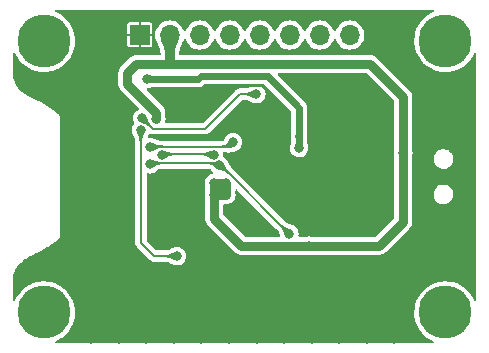
<source format=gtl>
%TF.GenerationSoftware,KiCad,Pcbnew,(6.0.1)*%
%TF.CreationDate,2022-01-25T13:59:18+08:00*%
%TF.ProjectId,PCB_OLED_OEL1M4033FPC_A1_E,5043425f-4f4c-4454-945f-4f454c314d34,1.1*%
%TF.SameCoordinates,Original*%
%TF.FileFunction,Copper,L1,Top*%
%TF.FilePolarity,Positive*%
%FSLAX46Y46*%
G04 Gerber Fmt 4.6, Leading zero omitted, Abs format (unit mm)*
G04 Created by KiCad (PCBNEW (6.0.1)) date 2022-01-25 13:59:18*
%MOMM*%
%LPD*%
G01*
G04 APERTURE LIST*
%TA.AperFunction,ConnectorPad*%
%ADD10C,4.500000*%
%TD*%
%TA.AperFunction,ComponentPad*%
%ADD11C,3.100000*%
%TD*%
%TA.AperFunction,ComponentPad*%
%ADD12R,1.700000X1.700000*%
%TD*%
%TA.AperFunction,ComponentPad*%
%ADD13O,1.700000X1.700000*%
%TD*%
%TA.AperFunction,ViaPad*%
%ADD14C,0.800000*%
%TD*%
%TA.AperFunction,ViaPad*%
%ADD15C,0.700000*%
%TD*%
%TA.AperFunction,Conductor*%
%ADD16C,0.609600*%
%TD*%
%TA.AperFunction,Conductor*%
%ADD17C,0.254000*%
%TD*%
%TA.AperFunction,Conductor*%
%ADD18C,0.457200*%
%TD*%
%TA.AperFunction,Conductor*%
%ADD19C,0.762000*%
%TD*%
%TA.AperFunction,Conductor*%
%ADD20C,0.203200*%
%TD*%
G04 APERTURE END LIST*
D10*
%TO.P,REF\u002A\u002A,1*%
%TO.N,N/C*%
X92500000Y-59000000D03*
D11*
X92500000Y-59000000D03*
%TD*%
D10*
%TO.P,REF\u002A\u002A,1*%
%TO.N,N/C*%
X126500000Y-59000000D03*
D11*
X126500000Y-59000000D03*
%TD*%
%TO.P,REF\u002A\u002A,1*%
%TO.N,N/C*%
X126500000Y-36000000D03*
D10*
X126500000Y-36000000D03*
%TD*%
D11*
%TO.P,REF\u002A\u002A,1*%
%TO.N,N/C*%
X92500000Y-36000000D03*
D10*
X92500000Y-36000000D03*
%TD*%
D12*
%TO.P,J1,1,Pin_1*%
%TO.N,GND*%
X100625000Y-35500000D03*
D13*
%TO.P,J1,2,Pin_2*%
%TO.N,+3V3*%
X103165000Y-35500000D03*
%TO.P,J1,3,Pin_3*%
%TO.N,SCL*%
X105705000Y-35500000D03*
%TO.P,J1,4,Pin_4*%
%TO.N,SDA*%
X108245000Y-35500000D03*
%TO.P,J1,5,Pin_5*%
%TO.N,~{RES}*%
X110785000Y-35500000D03*
%TO.P,J1,6,Pin_6*%
%TO.N,DC#*%
X113325000Y-35500000D03*
%TO.P,J1,7,Pin_7*%
%TO.N,~{CS#}*%
X115865000Y-35500000D03*
%TO.P,J1,8,Pin_8*%
%TO.N,unconnected-(J1-Pad8)*%
X118405000Y-35500000D03*
%TD*%
D14*
%TO.N,VPP*%
X114109250Y-45085000D03*
X101219000Y-39243000D03*
%TO.N,GND*%
X112458250Y-48895000D03*
X115177448Y-61214000D03*
X96266000Y-47879000D03*
X126492000Y-40640000D03*
X119124625Y-48639625D03*
X118491000Y-39243000D03*
X96520000Y-55753000D03*
X93853000Y-53721000D03*
X93980000Y-41402000D03*
X117498086Y-33782000D03*
X103759000Y-57658000D03*
X101172819Y-33782000D03*
X120396000Y-41148000D03*
X108169362Y-33782000D03*
X114173000Y-39243000D03*
D15*
X101600000Y-52781200D03*
D14*
X92202000Y-40513000D03*
X103516543Y-61214000D03*
X112833724Y-33782000D03*
X126492000Y-54356000D03*
X113538000Y-50038000D03*
X96520000Y-36322000D03*
X92202000Y-54483000D03*
X105848724Y-61214000D03*
X120523000Y-51181000D03*
X103505000Y-33782000D03*
X98852181Y-61214000D03*
X119841810Y-61214000D03*
X114046000Y-46990000D03*
X110513086Y-61214000D03*
X104648000Y-52832000D03*
X119830267Y-33782000D03*
X96520000Y-61214000D03*
X120396000Y-43942000D03*
X117221000Y-42418000D03*
X114998250Y-48636209D03*
X108966000Y-51308000D03*
X115165905Y-33782000D03*
X105837181Y-33782000D03*
X117509629Y-61214000D03*
X116269625Y-48639625D03*
X112845267Y-61214000D03*
X94869000Y-43434000D03*
X108180905Y-61214000D03*
X101184362Y-61214000D03*
X90551000Y-39370000D03*
X94869000Y-49022000D03*
X96508457Y-33782000D03*
X122162457Y-33782000D03*
X122174000Y-61214000D03*
X110501543Y-33782000D03*
X122174000Y-36703000D03*
X98840638Y-33782000D03*
X122174000Y-55753000D03*
X94869000Y-46228000D03*
X109474000Y-41402000D03*
X111125000Y-52197000D03*
D15*
X101600000Y-51358800D03*
D14*
X94869000Y-51816000D03*
X104606000Y-51350000D03*
X90424000Y-55753000D03*
X111125000Y-55753000D03*
X111125000Y-57658000D03*
%TO.N,+3V3*%
X102032253Y-42620747D03*
X107950000Y-49022000D03*
X107950000Y-48006000D03*
X106934000Y-49022000D03*
X114935000Y-53340000D03*
X122936000Y-45466000D03*
X106934000Y-48006000D03*
%TO.N,~{RES}*%
X102489000Y-45659100D03*
X106873100Y-45659100D03*
%TO.N,DC#*%
X107345968Y-46539669D03*
X113284000Y-52324000D03*
X101473000Y-46451100D03*
%TO.N,~{CS#}*%
X101498127Y-44995444D03*
X108524100Y-44577000D03*
%TO.N,/IM2*%
X100711000Y-43561000D03*
X103759000Y-54229000D03*
%TO.N,/IM1*%
X110490000Y-40513000D03*
X100838000Y-42545000D03*
%TD*%
D16*
%TO.N,VPP*%
X105537000Y-39243000D02*
X101219000Y-39243000D01*
X111442250Y-38989000D02*
X105791000Y-38989000D01*
X105791000Y-38989000D02*
X105537000Y-39243000D01*
X114109250Y-41656000D02*
X111442250Y-38989000D01*
X114109250Y-45085000D02*
X114109250Y-41656000D01*
D17*
%TO.N,GND*%
X110998000Y-41783000D02*
X111760000Y-41021000D01*
X111760000Y-40513000D02*
X110998000Y-39751000D01*
D18*
X113538000Y-50038000D02*
X113596459Y-50038000D01*
D17*
X109474000Y-41402000D02*
X109855000Y-41783000D01*
D18*
X113596459Y-50038000D02*
X114998250Y-48636209D01*
X113538000Y-50038000D02*
X112903000Y-50038000D01*
X116269625Y-48639625D02*
X119124625Y-48639625D01*
X112458250Y-49593250D02*
X112458250Y-48895000D01*
X116268250Y-48641000D02*
X116269625Y-48639625D01*
X119126000Y-48641000D02*
X119124625Y-48639625D01*
D17*
X110998000Y-39751000D02*
X108458000Y-39751000D01*
X111760000Y-41021000D02*
X111760000Y-40513000D01*
X108458000Y-39751000D02*
X107569000Y-40640000D01*
D18*
X112903000Y-50038000D02*
X112458250Y-49593250D01*
D17*
X109855000Y-41783000D02*
X110998000Y-41783000D01*
D18*
X115062000Y-48641000D02*
X116268250Y-48641000D01*
D19*
%TO.N,+3V3*%
X102032253Y-42620747D02*
X102032253Y-42088253D01*
X103124000Y-37973000D02*
X104394000Y-37973000D01*
X122936000Y-40767000D02*
X122936000Y-45466000D01*
X106934000Y-49022000D02*
X106934000Y-48514000D01*
X99568000Y-39624000D02*
X99568000Y-38735000D01*
X109220000Y-53340000D02*
X107442000Y-51562000D01*
X100330000Y-37973000D02*
X103124000Y-37973000D01*
X122936000Y-51308000D02*
X120904000Y-53340000D01*
X104394000Y-37973000D02*
X120142000Y-37973000D01*
X103165000Y-37932000D02*
X103124000Y-37973000D01*
X120142000Y-37973000D02*
X122936000Y-40767000D01*
X122936000Y-45466000D02*
X122936000Y-51308000D01*
X107442000Y-51562000D02*
X106934000Y-51054000D01*
X106934000Y-48514000D02*
X107442000Y-48514000D01*
X107950000Y-48006000D02*
X106934000Y-48006000D01*
X106934000Y-48514000D02*
X106934000Y-48006000D01*
X114935000Y-53340000D02*
X109220000Y-53340000D01*
X120904000Y-53340000D02*
X114935000Y-53340000D01*
X103165000Y-35500000D02*
X103165000Y-37932000D01*
X99568000Y-38735000D02*
X100330000Y-37973000D01*
X107442000Y-48514000D02*
X107950000Y-48006000D01*
X106934000Y-51054000D02*
X106934000Y-49022000D01*
X106934000Y-49022000D02*
X107950000Y-49022000D01*
X107950000Y-49022000D02*
X107950000Y-48006000D01*
X102032253Y-42088253D02*
X99568000Y-39624000D01*
D20*
%TO.N,~{RES}*%
X102489000Y-45659100D02*
X102555100Y-45593000D01*
X102555100Y-45593000D02*
X106807000Y-45593000D01*
X106807000Y-45593000D02*
X106873100Y-45659100D01*
%TO.N,DC#*%
X102198589Y-46360211D02*
X107166510Y-46360211D01*
X101569100Y-46355000D02*
X102193378Y-46355000D01*
X101473000Y-46451100D02*
X101569100Y-46355000D01*
X107166510Y-46360211D02*
X107345968Y-46539669D01*
X102193378Y-46355000D02*
X102198589Y-46360211D01*
X107499669Y-46539669D02*
X107345968Y-46539669D01*
X113284000Y-52324000D02*
X107499669Y-46539669D01*
%TO.N,~{CS#}*%
X108524100Y-44637900D02*
X108524100Y-44577000D01*
X101498127Y-44995444D02*
X101535571Y-44958000D01*
X106807000Y-44958000D02*
X108204000Y-44958000D01*
X101535571Y-44958000D02*
X106807000Y-44958000D01*
X108204000Y-44958000D02*
X108331000Y-44831000D01*
X108331000Y-44831000D02*
X108524100Y-44637900D01*
%TO.N,/IM2*%
X101346000Y-53721000D02*
X101854000Y-54229000D01*
X100711000Y-53086000D02*
X101346000Y-53721000D01*
X101854000Y-54229000D02*
X103759000Y-54229000D01*
X100711000Y-43561000D02*
X100711000Y-53086000D01*
%TO.N,/IM1*%
X109093000Y-40513000D02*
X106172000Y-43434000D01*
X106172000Y-43434000D02*
X101727000Y-43434000D01*
X101727000Y-43434000D02*
X100838000Y-42545000D01*
X110490000Y-40513000D02*
X109093000Y-40513000D01*
%TD*%
%TA.AperFunction,Conductor*%
%TO.N,VPP*%
G36*
X101400565Y-38886242D02*
G01*
X101405543Y-38888480D01*
X101429906Y-38899434D01*
X101430043Y-38899486D01*
X101430052Y-38899490D01*
X101448422Y-38906497D01*
X101466327Y-38913327D01*
X101502819Y-38924862D01*
X101502953Y-38924896D01*
X101502970Y-38924901D01*
X101536877Y-38933534D01*
X101539582Y-38934223D01*
X101539734Y-38934253D01*
X101539738Y-38934254D01*
X101547129Y-38935717D01*
X101576820Y-38941593D01*
X101614731Y-38947156D01*
X101653519Y-38951097D01*
X101673689Y-38952362D01*
X101693282Y-38953592D01*
X101693304Y-38953593D01*
X101693383Y-38953598D01*
X101693457Y-38953600D01*
X101693473Y-38953601D01*
X101715292Y-38954261D01*
X101734526Y-38954843D01*
X101743923Y-38954881D01*
X101777048Y-38955016D01*
X101777147Y-38955016D01*
X101777237Y-38955015D01*
X101801461Y-38954624D01*
X101821450Y-38954301D01*
X101867634Y-38952881D01*
X101915901Y-38950940D01*
X101966453Y-38948662D01*
X102019490Y-38946231D01*
X102019522Y-38946230D01*
X102075146Y-38943832D01*
X102075214Y-38943829D01*
X102133803Y-38941643D01*
X102133900Y-38941640D01*
X102174800Y-38940453D01*
X102195475Y-38939853D01*
X102195561Y-38939851D01*
X102208831Y-38939604D01*
X102260428Y-38938645D01*
X102260570Y-38938643D01*
X102297999Y-38938401D01*
X102317224Y-38938276D01*
X102325519Y-38941649D01*
X102329000Y-38949976D01*
X102329000Y-39536024D01*
X102325573Y-39544297D01*
X102317225Y-39547724D01*
X102288715Y-39547539D01*
X102260570Y-39547356D01*
X102260428Y-39547354D01*
X102208831Y-39546395D01*
X102195561Y-39546148D01*
X102195475Y-39546146D01*
X102174800Y-39545546D01*
X102133900Y-39544359D01*
X102133803Y-39544356D01*
X102075214Y-39542170D01*
X102075146Y-39542167D01*
X102019522Y-39539769D01*
X102019490Y-39539768D01*
X101966453Y-39537337D01*
X101915901Y-39535059D01*
X101912345Y-39534916D01*
X101867634Y-39533118D01*
X101821450Y-39531698D01*
X101801461Y-39531375D01*
X101777237Y-39530984D01*
X101777147Y-39530983D01*
X101777048Y-39530983D01*
X101743923Y-39531118D01*
X101734526Y-39531156D01*
X101716648Y-39531697D01*
X101693473Y-39532398D01*
X101693457Y-39532399D01*
X101693383Y-39532401D01*
X101693304Y-39532406D01*
X101693282Y-39532407D01*
X101673689Y-39533637D01*
X101653519Y-39534902D01*
X101614731Y-39538843D01*
X101576820Y-39544406D01*
X101547129Y-39550282D01*
X101539738Y-39551745D01*
X101539734Y-39551746D01*
X101539582Y-39551776D01*
X101539428Y-39551815D01*
X101539429Y-39551815D01*
X101502970Y-39561098D01*
X101502953Y-39561103D01*
X101502819Y-39561137D01*
X101466327Y-39572672D01*
X101448422Y-39579502D01*
X101430052Y-39586509D01*
X101430043Y-39586513D01*
X101429906Y-39586565D01*
X101429762Y-39586630D01*
X101429759Y-39586631D01*
X101400565Y-39599758D01*
X101391614Y-39600025D01*
X101387657Y-39597520D01*
X101027769Y-39251433D01*
X101024181Y-39243229D01*
X101027769Y-39234567D01*
X101387657Y-38888480D01*
X101395996Y-38885215D01*
X101400565Y-38886242D01*
G37*
%TD.AperFunction*%
%TD*%
%TA.AperFunction,Conductor*%
%TO.N,VPP*%
G36*
X114410547Y-43978427D02*
G01*
X114413974Y-43986776D01*
X114413606Y-44043429D01*
X114413604Y-44043571D01*
X114412397Y-44108473D01*
X114410607Y-44170174D01*
X114408420Y-44228785D01*
X114406018Y-44284509D01*
X114403587Y-44337546D01*
X114401309Y-44388098D01*
X114399368Y-44436365D01*
X114397948Y-44482549D01*
X114397947Y-44482634D01*
X114397234Y-44526762D01*
X114397233Y-44526852D01*
X114397406Y-44569473D01*
X114398651Y-44610616D01*
X114401152Y-44650480D01*
X114405093Y-44689268D01*
X114410656Y-44727179D01*
X114418026Y-44764417D01*
X114418065Y-44764570D01*
X114427348Y-44801029D01*
X114427353Y-44801046D01*
X114427387Y-44801180D01*
X114438922Y-44837672D01*
X114452815Y-44874093D01*
X114452880Y-44874237D01*
X114452881Y-44874240D01*
X114466008Y-44903435D01*
X114466275Y-44912386D01*
X114463770Y-44916343D01*
X114117683Y-45276231D01*
X114109479Y-45279819D01*
X114100817Y-45276231D01*
X113754730Y-44916343D01*
X113751465Y-44908004D01*
X113752492Y-44903435D01*
X113765618Y-44874240D01*
X113765619Y-44874237D01*
X113765684Y-44874093D01*
X113779577Y-44837672D01*
X113791112Y-44801180D01*
X113791146Y-44801046D01*
X113791151Y-44801029D01*
X113800434Y-44764570D01*
X113800473Y-44764417D01*
X113807843Y-44727179D01*
X113813406Y-44689268D01*
X113817347Y-44650480D01*
X113819848Y-44610616D01*
X113821093Y-44569473D01*
X113821266Y-44526852D01*
X113820551Y-44482549D01*
X113819131Y-44436365D01*
X113817190Y-44388098D01*
X113814912Y-44337546D01*
X113812481Y-44284509D01*
X113810079Y-44228785D01*
X113807892Y-44170174D01*
X113806102Y-44108473D01*
X113804895Y-44043571D01*
X113804893Y-44043429D01*
X113804526Y-43986776D01*
X113807899Y-43978481D01*
X113816226Y-43975000D01*
X114402274Y-43975000D01*
X114410547Y-43978427D01*
G37*
%TD.AperFunction*%
%TD*%
%TA.AperFunction,Conductor*%
%TO.N,+3V3*%
G36*
X103173433Y-35083769D02*
G01*
X103924383Y-35864665D01*
X103927648Y-35873004D01*
X103926507Y-35877818D01*
X103878031Y-35979302D01*
X103830961Y-36081295D01*
X103788547Y-36177463D01*
X103750549Y-36268786D01*
X103716724Y-36356243D01*
X103686831Y-36440813D01*
X103660630Y-36523475D01*
X103637877Y-36605209D01*
X103618333Y-36686993D01*
X103601754Y-36769807D01*
X103587901Y-36854630D01*
X103576531Y-36942441D01*
X103567403Y-37034220D01*
X103560276Y-37130944D01*
X103560272Y-37131022D01*
X103554908Y-37233594D01*
X103551057Y-37343149D01*
X103551056Y-37343195D01*
X103548482Y-37460588D01*
X103548481Y-37460652D01*
X103546942Y-37586890D01*
X103546195Y-37723034D01*
X103546016Y-37858315D01*
X103542578Y-37866584D01*
X103534316Y-37870000D01*
X102795684Y-37870000D01*
X102787411Y-37866573D01*
X102783984Y-37858316D01*
X102783804Y-37723034D01*
X102783804Y-37722970D01*
X102783057Y-37586890D01*
X102781517Y-37460588D01*
X102778942Y-37343149D01*
X102775091Y-37233594D01*
X102769727Y-37131022D01*
X102769723Y-37130944D01*
X102762596Y-37034220D01*
X102753468Y-36942441D01*
X102742098Y-36854630D01*
X102728245Y-36769807D01*
X102711666Y-36686993D01*
X102692122Y-36605209D01*
X102669369Y-36523475D01*
X102643168Y-36440813D01*
X102613275Y-36356243D01*
X102579450Y-36268786D01*
X102541452Y-36177463D01*
X102499038Y-36081295D01*
X102451968Y-35979302D01*
X102403493Y-35877818D01*
X102403019Y-35868876D01*
X102405617Y-35864665D01*
X103156567Y-35083769D01*
X103164771Y-35080181D01*
X103173433Y-35083769D01*
G37*
%TD.AperFunction*%
%TD*%
%TA.AperFunction,Conductor*%
%TO.N,~{RES}*%
G36*
X102609586Y-45277687D02*
G01*
X102663030Y-45293823D01*
X102663192Y-45293874D01*
X102719467Y-45311761D01*
X102719610Y-45311807D01*
X102771861Y-45329155D01*
X102771975Y-45329194D01*
X102820464Y-45345849D01*
X102820538Y-45345874D01*
X102866213Y-45361908D01*
X102909494Y-45377214D01*
X102950990Y-45391751D01*
X102991310Y-45405475D01*
X102991321Y-45405478D01*
X102991334Y-45405483D01*
X103030987Y-45418321D01*
X103031029Y-45418334D01*
X103031063Y-45418345D01*
X103070859Y-45430318D01*
X103070918Y-45430334D01*
X103111216Y-45441328D01*
X103111229Y-45441331D01*
X103111305Y-45441352D01*
X103132158Y-45446378D01*
X103152889Y-45451375D01*
X103152914Y-45451381D01*
X103153011Y-45451404D01*
X103153101Y-45451423D01*
X103153107Y-45451424D01*
X103195446Y-45460196D01*
X103196586Y-45460432D01*
X103196689Y-45460450D01*
X103196711Y-45460454D01*
X103219932Y-45464468D01*
X103242639Y-45468394D01*
X103242705Y-45468403D01*
X103242710Y-45468404D01*
X103260689Y-45470911D01*
X103291780Y-45475247D01*
X103291868Y-45475256D01*
X103291896Y-45475260D01*
X103344500Y-45480937D01*
X103344537Y-45480941D01*
X103344616Y-45480949D01*
X103344688Y-45480955D01*
X103344702Y-45480956D01*
X103400599Y-45485366D01*
X103401757Y-45485457D01*
X103415666Y-45486191D01*
X103463789Y-45488729D01*
X103463808Y-45488730D01*
X103463815Y-45488730D01*
X103463837Y-45488731D01*
X103531390Y-45490725D01*
X103593507Y-45491294D01*
X103601749Y-45494797D01*
X103605100Y-45502994D01*
X103605100Y-45682977D01*
X103601673Y-45691250D01*
X103593478Y-45694677D01*
X103537981Y-45695047D01*
X103476037Y-45696450D01*
X103475972Y-45696453D01*
X103475965Y-45696453D01*
X103428742Y-45698471D01*
X103418806Y-45698895D01*
X103378084Y-45701644D01*
X103365928Y-45702464D01*
X103365920Y-45702465D01*
X103365826Y-45702471D01*
X103316638Y-45707266D01*
X103316563Y-45707276D01*
X103316554Y-45707277D01*
X103270874Y-45713355D01*
X103270857Y-45713358D01*
X103270779Y-45713368D01*
X103270694Y-45713383D01*
X103270680Y-45713385D01*
X103246089Y-45717674D01*
X103227790Y-45720866D01*
X103187208Y-45729849D01*
X103148573Y-45740403D01*
X103148447Y-45740444D01*
X103148435Y-45740448D01*
X103129300Y-45746740D01*
X103111424Y-45752617D01*
X103091744Y-45760224D01*
X103075444Y-45766524D01*
X103075433Y-45766529D01*
X103075300Y-45766580D01*
X103059066Y-45773793D01*
X103039869Y-45782322D01*
X103039848Y-45782332D01*
X103039740Y-45782380D01*
X103004282Y-45800105D01*
X103004189Y-45800156D01*
X103004178Y-45800162D01*
X102968543Y-45819801D01*
X102968467Y-45819843D01*
X102931832Y-45841682D01*
X102893917Y-45865711D01*
X102893902Y-45865721D01*
X102893880Y-45865735D01*
X102859884Y-45888287D01*
X102854260Y-45892018D01*
X102854230Y-45892038D01*
X102854229Y-45892039D01*
X102812402Y-45920692D01*
X102767880Y-45951819D01*
X102726880Y-45980793D01*
X102718147Y-45982769D01*
X102713520Y-45980892D01*
X102423666Y-45782380D01*
X102301766Y-45698894D01*
X102296876Y-45691392D01*
X102298990Y-45682258D01*
X102596817Y-45281905D01*
X102604504Y-45277312D01*
X102609586Y-45277687D01*
G37*
%TD.AperFunction*%
%TD*%
%TA.AperFunction,Conductor*%
%TO.N,~{RES}*%
G36*
X106761425Y-45278577D02*
G01*
X106765283Y-45281905D01*
X107063110Y-45682258D01*
X107065299Y-45690941D01*
X107060334Y-45698894D01*
X106938434Y-45782380D01*
X106648581Y-45980891D01*
X106639820Y-45982739D01*
X106635219Y-45980793D01*
X106594219Y-45951819D01*
X106594208Y-45951811D01*
X106549790Y-45920757D01*
X106549789Y-45920756D01*
X106549697Y-45920692D01*
X106507870Y-45892039D01*
X106507869Y-45892038D01*
X106507839Y-45892018D01*
X106502215Y-45888287D01*
X106468219Y-45865735D01*
X106468197Y-45865721D01*
X106468182Y-45865711D01*
X106430267Y-45841682D01*
X106393632Y-45819843D01*
X106393556Y-45819801D01*
X106357921Y-45800162D01*
X106357910Y-45800156D01*
X106357817Y-45800105D01*
X106322359Y-45782380D01*
X106322251Y-45782332D01*
X106322230Y-45782322D01*
X106303033Y-45773793D01*
X106286799Y-45766580D01*
X106286666Y-45766529D01*
X106286655Y-45766524D01*
X106270355Y-45760224D01*
X106250675Y-45752617D01*
X106232799Y-45746740D01*
X106213664Y-45740448D01*
X106213652Y-45740444D01*
X106213526Y-45740403D01*
X106174891Y-45729849D01*
X106134309Y-45720866D01*
X106116010Y-45717674D01*
X106091419Y-45713385D01*
X106091405Y-45713383D01*
X106091320Y-45713368D01*
X106091242Y-45713358D01*
X106091225Y-45713355D01*
X106045545Y-45707277D01*
X106045536Y-45707276D01*
X106045461Y-45707266D01*
X105996273Y-45702471D01*
X105996179Y-45702465D01*
X105996171Y-45702464D01*
X105984015Y-45701644D01*
X105943293Y-45698895D01*
X105933357Y-45698471D01*
X105886134Y-45696453D01*
X105886127Y-45696453D01*
X105886062Y-45696450D01*
X105824118Y-45695047D01*
X105768622Y-45694677D01*
X105760372Y-45691195D01*
X105757000Y-45682977D01*
X105757000Y-45502994D01*
X105760427Y-45494721D01*
X105768593Y-45491294D01*
X105830709Y-45490725D01*
X105898262Y-45488731D01*
X105898284Y-45488730D01*
X105898291Y-45488730D01*
X105898310Y-45488729D01*
X105946433Y-45486191D01*
X105960342Y-45485457D01*
X105961500Y-45485366D01*
X106017397Y-45480956D01*
X106017411Y-45480955D01*
X106017483Y-45480949D01*
X106017562Y-45480941D01*
X106017599Y-45480937D01*
X106070203Y-45475260D01*
X106070231Y-45475256D01*
X106070319Y-45475247D01*
X106101410Y-45470911D01*
X106119389Y-45468404D01*
X106119394Y-45468403D01*
X106119460Y-45468394D01*
X106142167Y-45464468D01*
X106165388Y-45460454D01*
X106165410Y-45460450D01*
X106165513Y-45460432D01*
X106166653Y-45460196D01*
X106208992Y-45451424D01*
X106208998Y-45451423D01*
X106209088Y-45451404D01*
X106209185Y-45451381D01*
X106209210Y-45451375D01*
X106229941Y-45446378D01*
X106250794Y-45441352D01*
X106250870Y-45441331D01*
X106250883Y-45441328D01*
X106291181Y-45430334D01*
X106291240Y-45430318D01*
X106331036Y-45418345D01*
X106331070Y-45418334D01*
X106331112Y-45418321D01*
X106370765Y-45405483D01*
X106370778Y-45405478D01*
X106370789Y-45405475D01*
X106411109Y-45391751D01*
X106452605Y-45377214D01*
X106495886Y-45361908D01*
X106541561Y-45345874D01*
X106541635Y-45345849D01*
X106590124Y-45329194D01*
X106590238Y-45329155D01*
X106642489Y-45311807D01*
X106642632Y-45311761D01*
X106698907Y-45293874D01*
X106699069Y-45293823D01*
X106752514Y-45277687D01*
X106761425Y-45278577D01*
G37*
%TD.AperFunction*%
%TD*%
%TA.AperFunction,Conductor*%
%TO.N,DC#*%
G36*
X107350785Y-46143124D02*
G01*
X107353545Y-46147484D01*
X107524907Y-46629003D01*
X107251323Y-46714475D01*
X107036851Y-46781479D01*
X107027932Y-46780675D01*
X107024181Y-46777564D01*
X106996964Y-46743112D01*
X106965813Y-46705875D01*
X106965779Y-46705837D01*
X106965766Y-46705822D01*
X106935516Y-46672102D01*
X106935512Y-46672098D01*
X106935436Y-46672013D01*
X106927348Y-46663719D01*
X106905646Y-46641462D01*
X106905639Y-46641455D01*
X106905555Y-46641369D01*
X106903413Y-46639377D01*
X106875990Y-46613882D01*
X106875991Y-46613882D01*
X106875890Y-46613789D01*
X106846160Y-46589116D01*
X106846005Y-46589003D01*
X106816257Y-46567320D01*
X106816250Y-46567315D01*
X106816085Y-46567195D01*
X106785387Y-46547870D01*
X106785200Y-46547770D01*
X106753973Y-46531085D01*
X106753963Y-46531080D01*
X106753785Y-46530985D01*
X106721000Y-46516385D01*
X106686752Y-46503915D01*
X106666958Y-46498142D01*
X106650919Y-46493464D01*
X106650908Y-46493461D01*
X106650760Y-46493418D01*
X106650591Y-46493379D01*
X106612921Y-46484779D01*
X106612923Y-46484779D01*
X106612746Y-46484739D01*
X106612591Y-46484712D01*
X106612586Y-46484711D01*
X106572541Y-46477741D01*
X106572522Y-46477738D01*
X106572429Y-46477722D01*
X106557603Y-46475817D01*
X106529602Y-46472220D01*
X106529591Y-46472219D01*
X106529530Y-46472211D01*
X106483769Y-46468052D01*
X106483692Y-46468047D01*
X106483675Y-46468046D01*
X106434901Y-46465090D01*
X106434896Y-46465090D01*
X106434867Y-46465088D01*
X106434842Y-46465087D01*
X106434820Y-46465086D01*
X106411561Y-46464231D01*
X106382542Y-46463163D01*
X106360678Y-46462757D01*
X106326541Y-46462123D01*
X106326516Y-46462123D01*
X106278148Y-46461872D01*
X106269894Y-46458402D01*
X106266510Y-46450172D01*
X106266510Y-46270177D01*
X106269937Y-46261904D01*
X106278075Y-46258478D01*
X106344781Y-46257709D01*
X106344808Y-46257708D01*
X106344837Y-46257708D01*
X106344872Y-46257707D01*
X106344902Y-46257706D01*
X106416568Y-46255131D01*
X106416590Y-46255130D01*
X106416646Y-46255128D01*
X106416675Y-46255126D01*
X106416702Y-46255125D01*
X106476800Y-46251419D01*
X106482601Y-46251061D01*
X106482676Y-46251054D01*
X106482695Y-46251053D01*
X106543278Y-46245707D01*
X106543299Y-46245705D01*
X106543365Y-46245699D01*
X106543452Y-46245689D01*
X106543481Y-46245686D01*
X106576612Y-46241876D01*
X106599600Y-46239232D01*
X106599637Y-46239227D01*
X106599660Y-46239224D01*
X106651915Y-46231861D01*
X106651921Y-46231860D01*
X106651971Y-46231853D01*
X106673497Y-46228306D01*
X106679876Y-46229041D01*
X106716338Y-46244144D01*
X106873100Y-46264782D01*
X107029862Y-46244144D01*
X107175941Y-46183636D01*
X107176551Y-46183168D01*
X107176556Y-46183165D01*
X107228078Y-46143631D01*
X107234852Y-46141218D01*
X107243346Y-46140966D01*
X107282708Y-46139796D01*
X107283040Y-46139791D01*
X107308073Y-46139756D01*
X107342508Y-46139709D01*
X107350785Y-46143124D01*
G37*
%TD.AperFunction*%
%TD*%
%TA.AperFunction,Conductor*%
%TO.N,DC#*%
G36*
X101565589Y-46061957D02*
G01*
X101621277Y-46074554D01*
X101621434Y-46074591D01*
X101679978Y-46089001D01*
X101680102Y-46089032D01*
X101713257Y-46097825D01*
X101734196Y-46103378D01*
X101734312Y-46103409D01*
X101784656Y-46117629D01*
X101831853Y-46131633D01*
X101831957Y-46131665D01*
X101876439Y-46145313D01*
X101876486Y-46145327D01*
X101919190Y-46158628D01*
X101960597Y-46171455D01*
X102001340Y-46183726D01*
X102042054Y-46195359D01*
X102057404Y-46199414D01*
X102083325Y-46206261D01*
X102083346Y-46206266D01*
X102083372Y-46206273D01*
X102125928Y-46216385D01*
X102126033Y-46216407D01*
X102126065Y-46216414D01*
X102170261Y-46225594D01*
X102170282Y-46225598D01*
X102170354Y-46225613D01*
X102217285Y-46233877D01*
X102267354Y-46241093D01*
X102321194Y-46247181D01*
X102321268Y-46247187D01*
X102321296Y-46247190D01*
X102356141Y-46250108D01*
X102379439Y-46252059D01*
X102379502Y-46252063D01*
X102379508Y-46252063D01*
X102401679Y-46253319D01*
X102402544Y-46253400D01*
X102488240Y-46264682D01*
X102489000Y-46264782D01*
X102538688Y-46258240D01*
X102540314Y-46258143D01*
X102564290Y-46258383D01*
X102575359Y-46258495D01*
X102583597Y-46262005D01*
X102586941Y-46270194D01*
X102586941Y-46450178D01*
X102583514Y-46458451D01*
X102575309Y-46461878D01*
X102521291Y-46462187D01*
X102460537Y-46463393D01*
X102404261Y-46465546D01*
X102404165Y-46465552D01*
X102404163Y-46465552D01*
X102352134Y-46468755D01*
X102352109Y-46468757D01*
X102352044Y-46468761D01*
X102351937Y-46468771D01*
X102351933Y-46468771D01*
X102303588Y-46473146D01*
X102303585Y-46473146D01*
X102303467Y-46473157D01*
X102303366Y-46473170D01*
X102303363Y-46473170D01*
X102258232Y-46478833D01*
X102258229Y-46478833D01*
X102258113Y-46478848D01*
X102236261Y-46482496D01*
X102215713Y-46485927D01*
X102215708Y-46485928D01*
X102215564Y-46485952D01*
X102215437Y-46485979D01*
X102215428Y-46485981D01*
X102206073Y-46487992D01*
X102175401Y-46494585D01*
X102165479Y-46497255D01*
X102137382Y-46504815D01*
X102137370Y-46504819D01*
X102137205Y-46504863D01*
X102100559Y-46516903D01*
X102100401Y-46516965D01*
X102100398Y-46516966D01*
X102065218Y-46530754D01*
X102065212Y-46530757D01*
X102065045Y-46530822D01*
X102064892Y-46530892D01*
X102064873Y-46530900D01*
X102030401Y-46546663D01*
X102030244Y-46546735D01*
X101995737Y-46564760D01*
X101961108Y-46585013D01*
X101925936Y-46607611D01*
X101925870Y-46607657D01*
X101889849Y-46632638D01*
X101889827Y-46632653D01*
X101889805Y-46632669D01*
X101889781Y-46632687D01*
X101889768Y-46632696D01*
X101852296Y-46660304D01*
X101812991Y-46690634D01*
X101771471Y-46723774D01*
X101733604Y-46754707D01*
X101725029Y-46757287D01*
X101720309Y-46755754D01*
X101289150Y-46504383D01*
X101283729Y-46497255D01*
X101285173Y-46487992D01*
X101423832Y-46270194D01*
X101553140Y-46067085D01*
X101560473Y-46061947D01*
X101565589Y-46061957D01*
G37*
%TD.AperFunction*%
%TD*%
%TA.AperFunction,Conductor*%
%TO.N,DC#*%
G36*
X107675401Y-46314806D02*
G01*
X107679137Y-46318307D01*
X107711380Y-46365711D01*
X107711496Y-46365884D01*
X107716251Y-46373178D01*
X107744555Y-46416600D01*
X107744646Y-46416744D01*
X107754386Y-46432323D01*
X107774385Y-46464316D01*
X107774492Y-46464490D01*
X107801470Y-46509369D01*
X107801559Y-46509520D01*
X107826269Y-46552053D01*
X107826335Y-46552168D01*
X107849317Y-46592780D01*
X107849355Y-46592848D01*
X107871176Y-46632021D01*
X107871175Y-46632021D01*
X107871179Y-46632026D01*
X107892287Y-46670018D01*
X107913204Y-46707227D01*
X107918854Y-46717017D01*
X107934406Y-46743963D01*
X107934446Y-46744032D01*
X107956531Y-46780821D01*
X107979975Y-46817981D01*
X108005297Y-46855896D01*
X108005332Y-46855945D01*
X108032976Y-46894900D01*
X108032992Y-46894922D01*
X108033015Y-46894954D01*
X108063645Y-46935541D01*
X108063678Y-46935582D01*
X108092463Y-46971500D01*
X108097707Y-46978044D01*
X108135717Y-47022847D01*
X108178193Y-47070339D01*
X108225653Y-47120905D01*
X108225709Y-47120962D01*
X108270507Y-47166660D01*
X108273851Y-47174966D01*
X108270425Y-47183123D01*
X108143155Y-47310393D01*
X108134882Y-47313820D01*
X108126661Y-47310444D01*
X108088823Y-47273059D01*
X108045487Y-47231491D01*
X108004556Y-47193714D01*
X107983189Y-47174932D01*
X107965739Y-47159594D01*
X107965664Y-47159528D01*
X107965611Y-47159484D01*
X107965591Y-47159467D01*
X107944708Y-47142191D01*
X107928443Y-47128735D01*
X107892528Y-47101136D01*
X107892451Y-47101082D01*
X107892439Y-47101073D01*
X107857669Y-47076616D01*
X107857551Y-47076533D01*
X107857429Y-47076456D01*
X107857419Y-47076449D01*
X107823278Y-47054811D01*
X107823144Y-47054726D01*
X107788943Y-47035518D01*
X107788786Y-47035441D01*
X107754743Y-47018790D01*
X107754737Y-47018787D01*
X107754579Y-47018710D01*
X107719685Y-47004102D01*
X107719523Y-47004045D01*
X107719518Y-47004043D01*
X107684032Y-46991545D01*
X107683896Y-46991497D01*
X107646843Y-46980696D01*
X107646714Y-46980665D01*
X107646709Y-46980664D01*
X107608270Y-46971526D01*
X107608161Y-46971500D01*
X107585459Y-46967153D01*
X107567609Y-46963734D01*
X107567592Y-46963731D01*
X107567482Y-46963710D01*
X107567381Y-46963695D01*
X107567372Y-46963693D01*
X107524485Y-46957135D01*
X107524483Y-46957135D01*
X107524439Y-46957128D01*
X107488270Y-46952725D01*
X107478708Y-46951561D01*
X107478701Y-46951560D01*
X107478666Y-46951556D01*
X107429796Y-46946794D01*
X107377462Y-46942643D01*
X107377372Y-46942637D01*
X107329389Y-46939445D01*
X107321362Y-46935477D01*
X107318962Y-46931141D01*
X107254245Y-46716002D01*
X107171688Y-46441556D01*
X107666534Y-46313560D01*
X107675401Y-46314806D01*
G37*
%TD.AperFunction*%
%TD*%
%TA.AperFunction,Conductor*%
%TO.N,DC#*%
G36*
X112579227Y-51475410D02*
G01*
X112616143Y-51511729D01*
X112620706Y-51516218D01*
X112667270Y-51560349D01*
X112711046Y-51600027D01*
X112752434Y-51635616D01*
X112791831Y-51667481D01*
X112791861Y-51667504D01*
X112791883Y-51667521D01*
X112829534Y-51695908D01*
X112829556Y-51695924D01*
X112829637Y-51695985D01*
X112829727Y-51696048D01*
X112829744Y-51696060D01*
X112845699Y-51707175D01*
X112866252Y-51721494D01*
X112866337Y-51721549D01*
X112866350Y-51721557D01*
X112901981Y-51744312D01*
X112902002Y-51744325D01*
X112902073Y-51744370D01*
X112937500Y-51764979D01*
X112952654Y-51772979D01*
X112972858Y-51783646D01*
X112972875Y-51783655D01*
X112972931Y-51783684D01*
X113008766Y-51800850D01*
X113008835Y-51800880D01*
X113045332Y-51816809D01*
X113045356Y-51816819D01*
X113045404Y-51816840D01*
X113045450Y-51816858D01*
X113045468Y-51816866D01*
X113083183Y-51831996D01*
X113083243Y-51832020D01*
X113083289Y-51832037D01*
X113083322Y-51832050D01*
X113122645Y-51846738D01*
X113122660Y-51846743D01*
X113122683Y-51846752D01*
X113164121Y-51861401D01*
X113198546Y-51873126D01*
X113207938Y-51876325D01*
X113207959Y-51876332D01*
X113254586Y-51891907D01*
X113254593Y-51891909D01*
X113254598Y-51891911D01*
X113304391Y-51908484D01*
X113304424Y-51908495D01*
X113357781Y-51926432D01*
X113357850Y-51926455D01*
X113407530Y-51943499D01*
X113414242Y-51949424D01*
X113415430Y-51954336D01*
X113425183Y-52453256D01*
X113421918Y-52461595D01*
X113413256Y-52465183D01*
X113022302Y-52457541D01*
X112914336Y-52455430D01*
X112906132Y-52451842D01*
X112903498Y-52447529D01*
X112886455Y-52397850D01*
X112886432Y-52397781D01*
X112868495Y-52344424D01*
X112868484Y-52344391D01*
X112851911Y-52294598D01*
X112851909Y-52294593D01*
X112836332Y-52247959D01*
X112821401Y-52204121D01*
X112806752Y-52162683D01*
X112792020Y-52123243D01*
X112776840Y-52085404D01*
X112760850Y-52048766D01*
X112743684Y-52012931D01*
X112743655Y-52012875D01*
X112743646Y-52012858D01*
X112725024Y-51977586D01*
X112724979Y-51977500D01*
X112704370Y-51942073D01*
X112704325Y-51942002D01*
X112704312Y-51941981D01*
X112681557Y-51906350D01*
X112681549Y-51906337D01*
X112681494Y-51906252D01*
X112669223Y-51888638D01*
X112656060Y-51869744D01*
X112656048Y-51869727D01*
X112655985Y-51869637D01*
X112655924Y-51869556D01*
X112655908Y-51869534D01*
X112627521Y-51831883D01*
X112627504Y-51831861D01*
X112627481Y-51831831D01*
X112595616Y-51792434D01*
X112588060Y-51783646D01*
X112571961Y-51764925D01*
X112560027Y-51751046D01*
X112520349Y-51707270D01*
X112476218Y-51660706D01*
X112471729Y-51656143D01*
X112435410Y-51619227D01*
X112432050Y-51610927D01*
X112435477Y-51602749D01*
X112562749Y-51475477D01*
X112571022Y-51472050D01*
X112579227Y-51475410D01*
G37*
%TD.AperFunction*%
%TD*%
%TA.AperFunction,Conductor*%
%TO.N,~{CS#}*%
G36*
X101646463Y-44623925D02*
G01*
X101698008Y-44643618D01*
X101733791Y-44657703D01*
X101752609Y-44665110D01*
X101752692Y-44665143D01*
X101803284Y-44685505D01*
X101803332Y-44685524D01*
X101850626Y-44704800D01*
X101895122Y-44722950D01*
X101937382Y-44739960D01*
X101937406Y-44739969D01*
X101937408Y-44739970D01*
X101978069Y-44755853D01*
X102017692Y-44770594D01*
X102056741Y-44784146D01*
X102056761Y-44784153D01*
X102056863Y-44784188D01*
X102096168Y-44796628D01*
X102136193Y-44807910D01*
X102136307Y-44807938D01*
X102136315Y-44807940D01*
X102177414Y-44818001D01*
X102177423Y-44818003D01*
X102177525Y-44818028D01*
X102220750Y-44826976D01*
X102266454Y-44834749D01*
X102266542Y-44834761D01*
X102266549Y-44834762D01*
X102293190Y-44838363D01*
X102315223Y-44841342D01*
X102315336Y-44841354D01*
X102315364Y-44841357D01*
X102352764Y-44845213D01*
X102367644Y-44846748D01*
X102367749Y-44846756D01*
X102367751Y-44846756D01*
X102424262Y-44850959D01*
X102424265Y-44850959D01*
X102424303Y-44850962D01*
X102449188Y-44852183D01*
X102485739Y-44853977D01*
X102485761Y-44853978D01*
X102485786Y-44853979D01*
X102495875Y-44854253D01*
X102552668Y-44855793D01*
X102552680Y-44855793D01*
X102613969Y-44856303D01*
X102622213Y-44859799D01*
X102625571Y-44868003D01*
X102625571Y-45047981D01*
X102622144Y-45056254D01*
X102613953Y-45059681D01*
X102588357Y-45059861D01*
X102556318Y-45060085D01*
X102543070Y-45060397D01*
X102541276Y-45060300D01*
X102489000Y-45053418D01*
X102378159Y-45068010D01*
X102377868Y-45068044D01*
X102340193Y-45071740D01*
X102329035Y-45072834D01*
X102329022Y-45072836D01*
X102328915Y-45072846D01*
X102328812Y-45072860D01*
X102328783Y-45072863D01*
X102302207Y-45076387D01*
X102281949Y-45079073D01*
X102281862Y-45079088D01*
X102281855Y-45079089D01*
X102238020Y-45086632D01*
X102238007Y-45086635D01*
X102237929Y-45086648D01*
X102222306Y-45090026D01*
X102196474Y-45095610D01*
X102196459Y-45095614D01*
X102196351Y-45095637D01*
X102156714Y-45106106D01*
X102118512Y-45118122D01*
X102118399Y-45118163D01*
X102118397Y-45118164D01*
X102081362Y-45131708D01*
X102081345Y-45131715D01*
X102081243Y-45131752D01*
X102044403Y-45147061D01*
X102007488Y-45164116D01*
X101969994Y-45182984D01*
X101931420Y-45203731D01*
X101931365Y-45203762D01*
X101931347Y-45203772D01*
X101891259Y-45226424D01*
X101849010Y-45251128D01*
X101804169Y-45277911D01*
X101756232Y-45306838D01*
X101711678Y-45333758D01*
X101702824Y-45335103D01*
X101698323Y-45332884D01*
X101563826Y-45225403D01*
X101308472Y-45021342D01*
X101304148Y-45013500D01*
X101306928Y-45004546D01*
X101633442Y-44627198D01*
X101641447Y-44623184D01*
X101646463Y-44623925D01*
G37*
%TD.AperFunction*%
%TD*%
%TA.AperFunction,Conductor*%
%TO.N,~{CS#}*%
G36*
X108646386Y-44425342D02*
G01*
X108650868Y-44433577D01*
X108693766Y-44930660D01*
X108691063Y-44939197D01*
X108686947Y-44942319D01*
X108630751Y-44967842D01*
X108630421Y-44967986D01*
X108571184Y-44992722D01*
X108570798Y-44992875D01*
X108515346Y-45013751D01*
X108514911Y-45013905D01*
X108462665Y-45031213D01*
X108462195Y-45031357D01*
X108412545Y-45045400D01*
X108412049Y-45045528D01*
X108364416Y-45056596D01*
X108363893Y-45056704D01*
X108322607Y-45064196D01*
X108317675Y-45065091D01*
X108317117Y-45065178D01*
X108271761Y-45071166D01*
X108271235Y-45071224D01*
X108226044Y-45075112D01*
X108225584Y-45075143D01*
X108211755Y-45075769D01*
X108180003Y-45077206D01*
X108179605Y-45077217D01*
X108136158Y-45077703D01*
X108133069Y-45077737D01*
X108132761Y-45077737D01*
X108129186Y-45077682D01*
X108084557Y-45076992D01*
X108084336Y-45076986D01*
X108034074Y-45075259D01*
X108033941Y-45075254D01*
X107980828Y-45072823D01*
X107980773Y-45072820D01*
X107924439Y-45069977D01*
X107864232Y-45067006D01*
X107799625Y-45064196D01*
X107730039Y-45061833D01*
X107654893Y-45060206D01*
X107585218Y-45059687D01*
X107576971Y-45056198D01*
X107573606Y-45047987D01*
X107573606Y-44867943D01*
X107577033Y-44859670D01*
X107585147Y-44856244D01*
X107622636Y-44855736D01*
X107622654Y-44855735D01*
X107622689Y-44855735D01*
X107622727Y-44855733D01*
X107622738Y-44855733D01*
X107653212Y-44854391D01*
X107669179Y-44853688D01*
X107713139Y-44850175D01*
X107713245Y-44850162D01*
X107713266Y-44850160D01*
X107754504Y-44845130D01*
X107754515Y-44845128D01*
X107754633Y-44845114D01*
X107754757Y-44845093D01*
X107754769Y-44845091D01*
X107793542Y-44838454D01*
X107793549Y-44838453D01*
X107793722Y-44838423D01*
X107793889Y-44838385D01*
X107793903Y-44838382D01*
X107814278Y-44833721D01*
X107830471Y-44830018D01*
X107864943Y-44819818D01*
X107897200Y-44807740D01*
X107927306Y-44793701D01*
X107955323Y-44777619D01*
X107981315Y-44759412D01*
X108005345Y-44738998D01*
X108027476Y-44716293D01*
X108047771Y-44691215D01*
X108047905Y-44691016D01*
X108066163Y-44663876D01*
X108066168Y-44663868D01*
X108066293Y-44663682D01*
X108083105Y-44633611D01*
X108098271Y-44600920D01*
X108111853Y-44565526D01*
X108123915Y-44527347D01*
X108132533Y-44493990D01*
X108137920Y-44486837D01*
X108142399Y-44485309D01*
X108637750Y-44422975D01*
X108646386Y-44425342D01*
G37*
%TD.AperFunction*%
%TD*%
%TA.AperFunction,Conductor*%
%TO.N,/IM2*%
G36*
X103590544Y-53874673D02*
G01*
X103662904Y-53944258D01*
X103865417Y-54139005D01*
X103950231Y-54220567D01*
X103953819Y-54228771D01*
X103950231Y-54237433D01*
X103831330Y-54351774D01*
X103590544Y-54583327D01*
X103582205Y-54586592D01*
X103577294Y-54585404D01*
X103530114Y-54562326D01*
X103504482Y-54549592D01*
X103479667Y-54537263D01*
X103479636Y-54537248D01*
X103432672Y-54513741D01*
X103388682Y-54491780D01*
X103347126Y-54471340D01*
X103307466Y-54452397D01*
X103269160Y-54434926D01*
X103262202Y-54431952D01*
X103231706Y-54418918D01*
X103231692Y-54418912D01*
X103231670Y-54418903D01*
X103194457Y-54404303D01*
X103194365Y-54404271D01*
X103194350Y-54404265D01*
X103181719Y-54399816D01*
X103156979Y-54391102D01*
X103118699Y-54379275D01*
X103118571Y-54379241D01*
X103118560Y-54379238D01*
X103079217Y-54368834D01*
X103079205Y-54368831D01*
X103079076Y-54368797D01*
X103037570Y-54359643D01*
X103037437Y-54359619D01*
X103037421Y-54359616D01*
X102993780Y-54351814D01*
X102993755Y-54351810D01*
X102993643Y-54351790D01*
X102946754Y-54345213D01*
X102919083Y-54342288D01*
X102896479Y-54339899D01*
X102896462Y-54339897D01*
X102896363Y-54339887D01*
X102896257Y-54339879D01*
X102841974Y-54335790D01*
X102841968Y-54335790D01*
X102841933Y-54335787D01*
X102841896Y-54335785D01*
X102841893Y-54335785D01*
X102782943Y-54332889D01*
X102782901Y-54332887D01*
X102750855Y-54332028D01*
X102718790Y-54331168D01*
X102705086Y-54331056D01*
X102660605Y-54330694D01*
X102652360Y-54327199D01*
X102649000Y-54318994D01*
X102649000Y-54139005D01*
X102652427Y-54130732D01*
X102660604Y-54127305D01*
X102718790Y-54126831D01*
X102750855Y-54125971D01*
X102782901Y-54125112D01*
X102782943Y-54125110D01*
X102841893Y-54122214D01*
X102841896Y-54122214D01*
X102841933Y-54122212D01*
X102841968Y-54122209D01*
X102841974Y-54122209D01*
X102896257Y-54118120D01*
X102896258Y-54118120D01*
X102896363Y-54118112D01*
X102896462Y-54118102D01*
X102896479Y-54118100D01*
X102919083Y-54115711D01*
X102946754Y-54112786D01*
X102993643Y-54106209D01*
X102993755Y-54106189D01*
X102993780Y-54106185D01*
X103037421Y-54098383D01*
X103037437Y-54098380D01*
X103037570Y-54098356D01*
X103079076Y-54089202D01*
X103079205Y-54089168D01*
X103079217Y-54089165D01*
X103118560Y-54078761D01*
X103118571Y-54078758D01*
X103118699Y-54078724D01*
X103156979Y-54066897D01*
X103181719Y-54058183D01*
X103194350Y-54053734D01*
X103194365Y-54053728D01*
X103194457Y-54053696D01*
X103231670Y-54039096D01*
X103231692Y-54039087D01*
X103231706Y-54039081D01*
X103269113Y-54023093D01*
X103269160Y-54023073D01*
X103279640Y-54018293D01*
X103307421Y-54005623D01*
X103307444Y-54005612D01*
X103307466Y-54005602D01*
X103347126Y-53986659D01*
X103388682Y-53966219D01*
X103432672Y-53944258D01*
X103479636Y-53920751D01*
X103479667Y-53920736D01*
X103530114Y-53895673D01*
X103530179Y-53895641D01*
X103577293Y-53872596D01*
X103586231Y-53872039D01*
X103590544Y-53874673D01*
G37*
%TD.AperFunction*%
%TD*%
%TA.AperFunction,Conductor*%
%TO.N,/IM2*%
G36*
X100719433Y-43369769D02*
G01*
X101065327Y-43729456D01*
X101068592Y-43737795D01*
X101067404Y-43742706D01*
X101044326Y-43789885D01*
X101019248Y-43840363D01*
X100995741Y-43887327D01*
X100973780Y-43931317D01*
X100953340Y-43972873D01*
X100934397Y-44012533D01*
X100916926Y-44050839D01*
X100900903Y-44088329D01*
X100886303Y-44125542D01*
X100873102Y-44163020D01*
X100861275Y-44201300D01*
X100850797Y-44240923D01*
X100841643Y-44282429D01*
X100833790Y-44326356D01*
X100827213Y-44373245D01*
X100821887Y-44423636D01*
X100821879Y-44423741D01*
X100821879Y-44423742D01*
X100817790Y-44478025D01*
X100817785Y-44478106D01*
X100814888Y-44537078D01*
X100813168Y-44601209D01*
X100812694Y-44659395D01*
X100809199Y-44667640D01*
X100800994Y-44671000D01*
X100621005Y-44671000D01*
X100612732Y-44667573D01*
X100609305Y-44659395D01*
X100608831Y-44601209D01*
X100607111Y-44537078D01*
X100604214Y-44478106D01*
X100604209Y-44478025D01*
X100600120Y-44423742D01*
X100600120Y-44423741D01*
X100600112Y-44423636D01*
X100594786Y-44373245D01*
X100588209Y-44326356D01*
X100580356Y-44282429D01*
X100571202Y-44240923D01*
X100560724Y-44201300D01*
X100548897Y-44163020D01*
X100535696Y-44125542D01*
X100521096Y-44088329D01*
X100505073Y-44050839D01*
X100487602Y-44012533D01*
X100468659Y-43972873D01*
X100448219Y-43931317D01*
X100426258Y-43887327D01*
X100402751Y-43840363D01*
X100377673Y-43789885D01*
X100354596Y-43742707D01*
X100354039Y-43733769D01*
X100356673Y-43729456D01*
X100702567Y-43369769D01*
X100710771Y-43366181D01*
X100719433Y-43369769D01*
G37*
%TD.AperFunction*%
%TD*%
%TA.AperFunction,Conductor*%
%TO.N,/IM1*%
G36*
X101099698Y-42411459D02*
G01*
X101207664Y-42413570D01*
X101215868Y-42417158D01*
X101218502Y-42421472D01*
X101235544Y-42471150D01*
X101235567Y-42471218D01*
X101253493Y-42524542D01*
X101253504Y-42524575D01*
X101270088Y-42574401D01*
X101270090Y-42574406D01*
X101285667Y-42621040D01*
X101300598Y-42664878D01*
X101315247Y-42706316D01*
X101329979Y-42745756D01*
X101345159Y-42783595D01*
X101361149Y-42820233D01*
X101378315Y-42856068D01*
X101378344Y-42856124D01*
X101378353Y-42856141D01*
X101389020Y-42876345D01*
X101397020Y-42891499D01*
X101417629Y-42926926D01*
X101417674Y-42926997D01*
X101417687Y-42927018D01*
X101440442Y-42962649D01*
X101440505Y-42962747D01*
X101440573Y-42962844D01*
X101461350Y-42992667D01*
X101466014Y-42999362D01*
X101466075Y-42999443D01*
X101466091Y-42999465D01*
X101494478Y-43037116D01*
X101494495Y-43037138D01*
X101494518Y-43037168D01*
X101526383Y-43076565D01*
X101561972Y-43117953D01*
X101601650Y-43161729D01*
X101645781Y-43208293D01*
X101645847Y-43208360D01*
X101686590Y-43249773D01*
X101689950Y-43258073D01*
X101686523Y-43266251D01*
X101559251Y-43393523D01*
X101550978Y-43396950D01*
X101542773Y-43393590D01*
X101501360Y-43352847D01*
X101501293Y-43352781D01*
X101454729Y-43308650D01*
X101410953Y-43268972D01*
X101369565Y-43233383D01*
X101330168Y-43201518D01*
X101330138Y-43201495D01*
X101330116Y-43201478D01*
X101292465Y-43173091D01*
X101292443Y-43173075D01*
X101292362Y-43173014D01*
X101292272Y-43172951D01*
X101292255Y-43172939D01*
X101273361Y-43159776D01*
X101255747Y-43147505D01*
X101255662Y-43147450D01*
X101255649Y-43147442D01*
X101220018Y-43124687D01*
X101219997Y-43124674D01*
X101219926Y-43124629D01*
X101184499Y-43104020D01*
X101169345Y-43096020D01*
X101149141Y-43085353D01*
X101149124Y-43085344D01*
X101149068Y-43085315D01*
X101113233Y-43068149D01*
X101105427Y-43064742D01*
X101076667Y-43052190D01*
X101076643Y-43052180D01*
X101076595Y-43052159D01*
X101076549Y-43052141D01*
X101076531Y-43052133D01*
X101038816Y-43037003D01*
X101038810Y-43037001D01*
X101038756Y-43036979D01*
X101038710Y-43036962D01*
X101038677Y-43036949D01*
X100999354Y-43022261D01*
X100999339Y-43022256D01*
X100999316Y-43022247D01*
X100957878Y-43007598D01*
X100914040Y-42992667D01*
X100883773Y-42982557D01*
X100883003Y-42982269D01*
X100868475Y-42976251D01*
X100868473Y-42976250D01*
X100867762Y-42975956D01*
X100867003Y-42975856D01*
X100866999Y-42975855D01*
X100862643Y-42975282D01*
X100860475Y-42974783D01*
X100817575Y-42960504D01*
X100817542Y-42960493D01*
X100764218Y-42942567D01*
X100764150Y-42942544D01*
X100714472Y-42925502D01*
X100707758Y-42919576D01*
X100706570Y-42914664D01*
X100706116Y-42891413D01*
X100701687Y-42664878D01*
X100696817Y-42415744D01*
X100700082Y-42407405D01*
X100708744Y-42403817D01*
X101099698Y-42411459D01*
G37*
%TD.AperFunction*%
%TD*%
%TA.AperFunction,Conductor*%
%TO.N,/IM1*%
G36*
X110321544Y-40158673D02*
G01*
X110393904Y-40228258D01*
X110596417Y-40423005D01*
X110681231Y-40504567D01*
X110684819Y-40512771D01*
X110681231Y-40521433D01*
X110562330Y-40635774D01*
X110321544Y-40867327D01*
X110313205Y-40870592D01*
X110308294Y-40869404D01*
X110261114Y-40846326D01*
X110235482Y-40833592D01*
X110210667Y-40821263D01*
X110210636Y-40821248D01*
X110163672Y-40797741D01*
X110119682Y-40775780D01*
X110078126Y-40755340D01*
X110038466Y-40736397D01*
X110000160Y-40718926D01*
X109993202Y-40715952D01*
X109962706Y-40702918D01*
X109962692Y-40702912D01*
X109962670Y-40702903D01*
X109925457Y-40688303D01*
X109925365Y-40688271D01*
X109925350Y-40688265D01*
X109912719Y-40683816D01*
X109887979Y-40675102D01*
X109849699Y-40663275D01*
X109849571Y-40663241D01*
X109849560Y-40663238D01*
X109810217Y-40652834D01*
X109810205Y-40652831D01*
X109810076Y-40652797D01*
X109768570Y-40643643D01*
X109768437Y-40643619D01*
X109768421Y-40643616D01*
X109724780Y-40635814D01*
X109724755Y-40635810D01*
X109724643Y-40635790D01*
X109677754Y-40629213D01*
X109650083Y-40626288D01*
X109627479Y-40623899D01*
X109627462Y-40623897D01*
X109627363Y-40623887D01*
X109627257Y-40623879D01*
X109572974Y-40619790D01*
X109572968Y-40619790D01*
X109572933Y-40619787D01*
X109572896Y-40619785D01*
X109572893Y-40619785D01*
X109513943Y-40616889D01*
X109513901Y-40616887D01*
X109481855Y-40616028D01*
X109449790Y-40615168D01*
X109436086Y-40615056D01*
X109391605Y-40614694D01*
X109383360Y-40611199D01*
X109380000Y-40602994D01*
X109380000Y-40423005D01*
X109383427Y-40414732D01*
X109391604Y-40411305D01*
X109449790Y-40410831D01*
X109481855Y-40409971D01*
X109513901Y-40409112D01*
X109513943Y-40409110D01*
X109572893Y-40406214D01*
X109572896Y-40406214D01*
X109572933Y-40406212D01*
X109572968Y-40406209D01*
X109572974Y-40406209D01*
X109627257Y-40402120D01*
X109627258Y-40402120D01*
X109627363Y-40402112D01*
X109627462Y-40402102D01*
X109627479Y-40402100D01*
X109650083Y-40399711D01*
X109677754Y-40396786D01*
X109724643Y-40390209D01*
X109724755Y-40390189D01*
X109724780Y-40390185D01*
X109768421Y-40382383D01*
X109768437Y-40382380D01*
X109768570Y-40382356D01*
X109810076Y-40373202D01*
X109810205Y-40373168D01*
X109810217Y-40373165D01*
X109849560Y-40362761D01*
X109849571Y-40362758D01*
X109849699Y-40362724D01*
X109887979Y-40350897D01*
X109912719Y-40342183D01*
X109925350Y-40337734D01*
X109925365Y-40337728D01*
X109925457Y-40337696D01*
X109962670Y-40323096D01*
X109962692Y-40323087D01*
X109962706Y-40323081D01*
X110000113Y-40307093D01*
X110000160Y-40307073D01*
X110010640Y-40302293D01*
X110038421Y-40289623D01*
X110038444Y-40289612D01*
X110038466Y-40289602D01*
X110078126Y-40270659D01*
X110119682Y-40250219D01*
X110163672Y-40228258D01*
X110210636Y-40204751D01*
X110210667Y-40204736D01*
X110261114Y-40179673D01*
X110261179Y-40179641D01*
X110308293Y-40156596D01*
X110317231Y-40156039D01*
X110321544Y-40158673D01*
G37*
%TD.AperFunction*%
%TD*%
%TA.AperFunction,Conductor*%
%TO.N,GND*%
G36*
X125498684Y-33400213D02*
G01*
X125535229Y-33450513D01*
X125535229Y-33512687D01*
X125498684Y-33562987D01*
X125480230Y-33573609D01*
X125293628Y-33656105D01*
X125293623Y-33656108D01*
X125290858Y-33657330D01*
X125288256Y-33658878D01*
X125266723Y-33671689D01*
X125018174Y-33819559D01*
X124766955Y-34013373D01*
X124764793Y-34015501D01*
X124764791Y-34015503D01*
X124748409Y-34031630D01*
X124540840Y-34235964D01*
X124343104Y-34484108D01*
X124341521Y-34486677D01*
X124341519Y-34486679D01*
X124329130Y-34506778D01*
X124176611Y-34754210D01*
X124175343Y-34756961D01*
X124175339Y-34756968D01*
X124165363Y-34778608D01*
X124043773Y-35042357D01*
X124032555Y-35077193D01*
X123962066Y-35296086D01*
X123946515Y-35344376D01*
X123916405Y-35500000D01*
X123888138Y-35646104D01*
X123886244Y-35655892D01*
X123874429Y-35822764D01*
X123867647Y-35918560D01*
X123863835Y-35972393D01*
X123879611Y-36289294D01*
X123907140Y-36449506D01*
X123926456Y-36561915D01*
X123933344Y-36602004D01*
X123957366Y-36682327D01*
X123983739Y-36770512D01*
X124024256Y-36905993D01*
X124025462Y-36908761D01*
X124025465Y-36908768D01*
X124061934Y-36992440D01*
X124151031Y-37196860D01*
X124152559Y-37199459D01*
X124152564Y-37199469D01*
X124228129Y-37328009D01*
X124311830Y-37470389D01*
X124313670Y-37472800D01*
X124313672Y-37472803D01*
X124416913Y-37608081D01*
X124504326Y-37722619D01*
X124506429Y-37724778D01*
X124506437Y-37724787D01*
X124619557Y-37840907D01*
X124725730Y-37949897D01*
X124972835Y-38148930D01*
X125242062Y-38316834D01*
X125244808Y-38318118D01*
X125244811Y-38318119D01*
X125420179Y-38400081D01*
X125529510Y-38451179D01*
X125532383Y-38452121D01*
X125532391Y-38452124D01*
X125828150Y-38549079D01*
X125828153Y-38549080D01*
X125831015Y-38550018D01*
X126142212Y-38611918D01*
X126458591Y-38635985D01*
X126461624Y-38635850D01*
X126461630Y-38635850D01*
X126772545Y-38622003D01*
X126772550Y-38622002D01*
X126775569Y-38621868D01*
X126778547Y-38621372D01*
X126778550Y-38621372D01*
X127085579Y-38570269D01*
X127085584Y-38570268D01*
X127088557Y-38569773D01*
X127091447Y-38568925D01*
X127091452Y-38568924D01*
X127263141Y-38518555D01*
X127393018Y-38480453D01*
X127684544Y-38355204D01*
X127958912Y-38195839D01*
X127961335Y-38194010D01*
X128209737Y-38006485D01*
X128209741Y-38006482D01*
X128212146Y-38004666D01*
X128440580Y-37784455D01*
X128640904Y-37538396D01*
X128694066Y-37454140D01*
X128767278Y-37338105D01*
X128810216Y-37270052D01*
X128889594Y-37102505D01*
X128927487Y-37022523D01*
X128970166Y-36977311D01*
X129031270Y-36965821D01*
X129087457Y-36992440D01*
X129117267Y-37047002D01*
X129119000Y-37065594D01*
X129119000Y-57938842D01*
X129099787Y-57997973D01*
X129049487Y-58034518D01*
X128987313Y-58034518D01*
X128937013Y-57997973D01*
X128926605Y-57980000D01*
X128837548Y-57781376D01*
X128836307Y-57778608D01*
X128672652Y-57506778D01*
X128477525Y-57256577D01*
X128253753Y-57031630D01*
X128211035Y-56997954D01*
X128006957Y-56837071D01*
X128006952Y-56837068D01*
X128004578Y-56835196D01*
X128001999Y-56833625D01*
X128001992Y-56833620D01*
X127736183Y-56671689D01*
X127733608Y-56670120D01*
X127730869Y-56668875D01*
X127730864Y-56668872D01*
X127447518Y-56540043D01*
X127444769Y-56538793D01*
X127142245Y-56443117D01*
X127139279Y-56442559D01*
X127139270Y-56442557D01*
X126833391Y-56385037D01*
X126833387Y-56385036D01*
X126830417Y-56384478D01*
X126827408Y-56384281D01*
X126827402Y-56384280D01*
X126516828Y-56363924D01*
X126516825Y-56363924D01*
X126513804Y-56363726D01*
X126383231Y-56370912D01*
X126200018Y-56380994D01*
X126200012Y-56380995D01*
X126196990Y-56381161D01*
X125884566Y-56436531D01*
X125881667Y-56437414D01*
X125881665Y-56437415D01*
X125833171Y-56452195D01*
X125581056Y-56529034D01*
X125578278Y-56530262D01*
X125578273Y-56530264D01*
X125293628Y-56656105D01*
X125293623Y-56656108D01*
X125290858Y-56657330D01*
X125288256Y-56658878D01*
X125266723Y-56671689D01*
X125018174Y-56819559D01*
X124766955Y-57013373D01*
X124764793Y-57015501D01*
X124764791Y-57015503D01*
X124748409Y-57031630D01*
X124540840Y-57235964D01*
X124343104Y-57484108D01*
X124341521Y-57486677D01*
X124341519Y-57486679D01*
X124329130Y-57506778D01*
X124176611Y-57754210D01*
X124175343Y-57756961D01*
X124175339Y-57756968D01*
X124165363Y-57778608D01*
X124043773Y-58042357D01*
X123946515Y-58344376D01*
X123886244Y-58655892D01*
X123863835Y-58972393D01*
X123879611Y-59289294D01*
X123933344Y-59602004D01*
X124024256Y-59905993D01*
X124151031Y-60196860D01*
X124152559Y-60199459D01*
X124152564Y-60199469D01*
X124256967Y-60377064D01*
X124311830Y-60470389D01*
X124313670Y-60472800D01*
X124313672Y-60472803D01*
X124416913Y-60608081D01*
X124504326Y-60722619D01*
X124506429Y-60724778D01*
X124506437Y-60724787D01*
X124619557Y-60840907D01*
X124725730Y-60949897D01*
X124972835Y-61148930D01*
X125242062Y-61316834D01*
X125244808Y-61318118D01*
X125244811Y-61318119D01*
X125478339Y-61427263D01*
X125523773Y-61469705D01*
X125535583Y-61530747D01*
X125509258Y-61587073D01*
X125454853Y-61617168D01*
X125435744Y-61619000D01*
X93559542Y-61619000D01*
X93500411Y-61599787D01*
X93463866Y-61549487D01*
X93463866Y-61487313D01*
X93500411Y-61437013D01*
X93519831Y-61425970D01*
X93681760Y-61356400D01*
X93684544Y-61355204D01*
X93958912Y-61195839D01*
X94018923Y-61150535D01*
X94209737Y-61006485D01*
X94209741Y-61006482D01*
X94212146Y-61004666D01*
X94440580Y-60784455D01*
X94640904Y-60538396D01*
X94810216Y-60270052D01*
X94946064Y-59983311D01*
X95039278Y-59703914D01*
X95045521Y-59685203D01*
X95045523Y-59685195D01*
X95046480Y-59682327D01*
X95110009Y-59371459D01*
X95135732Y-59055211D01*
X95136310Y-59000000D01*
X95117216Y-58683282D01*
X95112767Y-58658918D01*
X95060755Y-58374130D01*
X95060755Y-58374128D01*
X95060211Y-58371152D01*
X94966120Y-58068131D01*
X94955861Y-58045249D01*
X94837548Y-57781376D01*
X94836307Y-57778608D01*
X94672652Y-57506778D01*
X94477525Y-57256577D01*
X94253753Y-57031630D01*
X94211035Y-56997954D01*
X94006957Y-56837071D01*
X94006952Y-56837068D01*
X94004578Y-56835196D01*
X94001999Y-56833625D01*
X94001992Y-56833620D01*
X93736183Y-56671689D01*
X93733608Y-56670120D01*
X93730869Y-56668875D01*
X93730864Y-56668872D01*
X93447518Y-56540043D01*
X93444769Y-56538793D01*
X93142245Y-56443117D01*
X93139279Y-56442559D01*
X93139270Y-56442557D01*
X92833391Y-56385037D01*
X92833387Y-56385036D01*
X92830417Y-56384478D01*
X92827408Y-56384281D01*
X92827402Y-56384280D01*
X92516828Y-56363924D01*
X92516825Y-56363924D01*
X92513804Y-56363726D01*
X92383231Y-56370912D01*
X92200018Y-56380994D01*
X92200012Y-56380995D01*
X92196990Y-56381161D01*
X91884566Y-56436531D01*
X91881667Y-56437414D01*
X91881665Y-56437415D01*
X91833171Y-56452195D01*
X91581056Y-56529034D01*
X91578278Y-56530262D01*
X91578273Y-56530264D01*
X91293628Y-56656105D01*
X91293623Y-56656108D01*
X91290858Y-56657330D01*
X91288256Y-56658878D01*
X91266723Y-56671689D01*
X91018174Y-56819559D01*
X90766955Y-57013373D01*
X90764793Y-57015501D01*
X90764791Y-57015503D01*
X90748409Y-57031630D01*
X90540840Y-57235964D01*
X90343104Y-57484108D01*
X90341521Y-57486677D01*
X90341519Y-57486679D01*
X90329130Y-57506778D01*
X90176611Y-57754210D01*
X90175343Y-57756961D01*
X90175339Y-57756968D01*
X90072959Y-57979048D01*
X90030755Y-58024704D01*
X89969776Y-58036834D01*
X89913313Y-58010804D01*
X89882933Y-57956557D01*
X89881000Y-57936931D01*
X89881000Y-56521315D01*
X89881394Y-56512425D01*
X89884142Y-56481445D01*
X89884842Y-56473559D01*
X89882401Y-56462927D01*
X89879852Y-56441187D01*
X89879258Y-56363893D01*
X89878121Y-56216213D01*
X89878772Y-56203989D01*
X89907413Y-55954074D01*
X89909542Y-55942033D01*
X89968342Y-55697428D01*
X89971915Y-55685748D01*
X90059994Y-55450112D01*
X90064971Y-55438927D01*
X90181019Y-55215757D01*
X90187319Y-55205256D01*
X90329635Y-54997823D01*
X90337155Y-54988178D01*
X90503610Y-54799584D01*
X90512257Y-54790913D01*
X90534769Y-54770934D01*
X90700394Y-54623941D01*
X90710031Y-54616385D01*
X90760396Y-54581627D01*
X90917060Y-54473509D01*
X90927533Y-54467186D01*
X91126870Y-54362837D01*
X91147241Y-54354859D01*
X91157772Y-54352009D01*
X91164402Y-54347680D01*
X91168351Y-54345910D01*
X91171170Y-54344326D01*
X91360287Y-54254096D01*
X91668121Y-54107224D01*
X91700191Y-54091923D01*
X91700192Y-54091922D01*
X91701285Y-54091401D01*
X92232301Y-53806253D01*
X92749141Y-53496150D01*
X92828498Y-53443241D01*
X93172787Y-53213694D01*
X93250632Y-53161793D01*
X93251596Y-53161081D01*
X93251607Y-53161074D01*
X93584631Y-52915359D01*
X93723273Y-52813065D01*
X93725990Y-52811327D01*
X93729412Y-52808674D01*
X93736350Y-52804862D01*
X93741771Y-52799092D01*
X93748026Y-52794243D01*
X93748240Y-52794519D01*
X93752982Y-52790204D01*
X93759963Y-52785696D01*
X93765111Y-52779166D01*
X93765113Y-52779164D01*
X93786488Y-52752051D01*
X93792173Y-52745448D01*
X93813570Y-52722674D01*
X93813570Y-52722673D01*
X93818990Y-52716905D01*
X93822362Y-52709745D01*
X93826359Y-52703866D01*
X93833223Y-52692766D01*
X93833340Y-52692617D01*
X93838489Y-52686086D01*
X93851411Y-52649290D01*
X93855313Y-52639766D01*
X93867033Y-52614877D01*
X93867034Y-52614875D01*
X93870405Y-52607715D01*
X93871539Y-52598759D01*
X93876425Y-52578061D01*
X93878419Y-52572384D01*
X93878420Y-52572380D01*
X93880516Y-52566411D01*
X93881000Y-52560823D01*
X93881000Y-52530358D01*
X93881797Y-52517724D01*
X93884568Y-52495838D01*
X93884568Y-52495836D01*
X93885562Y-52487983D01*
X93882777Y-52473363D01*
X93881000Y-52454538D01*
X93881000Y-42545462D01*
X93882777Y-42526637D01*
X93884081Y-42519794D01*
X93884081Y-42519791D01*
X93885562Y-42512017D01*
X93881797Y-42482276D01*
X93881441Y-42476628D01*
X93881342Y-42476636D01*
X93881000Y-42472496D01*
X93881000Y-42468351D01*
X93877290Y-42446062D01*
X93876722Y-42442178D01*
X93871401Y-42400147D01*
X93871400Y-42400142D01*
X93870405Y-42392285D01*
X93867842Y-42386843D01*
X93867341Y-42384641D01*
X93866807Y-42383080D01*
X93865442Y-42374881D01*
X93841354Y-42330237D01*
X93838875Y-42325324D01*
X93822364Y-42290260D01*
X93822364Y-42290259D01*
X93818990Y-42283095D01*
X93813569Y-42277324D01*
X93812762Y-42276138D01*
X93810169Y-42271871D01*
X93809160Y-42270570D01*
X93805212Y-42263254D01*
X93770827Y-42231469D01*
X93765798Y-42226481D01*
X93741771Y-42200907D01*
X93741768Y-42200905D01*
X93736350Y-42195138D01*
X93729414Y-42191327D01*
X93723154Y-42186474D01*
X93723362Y-42186205D01*
X93718177Y-42182799D01*
X93712070Y-42177154D01*
X93709455Y-42175998D01*
X93707723Y-42173836D01*
X93706946Y-42174889D01*
X93251607Y-41838926D01*
X93251596Y-41838919D01*
X93250632Y-41838207D01*
X92749141Y-41503850D01*
X92232301Y-41193747D01*
X91701285Y-40908599D01*
X91171168Y-40655673D01*
X91168351Y-40654090D01*
X91164402Y-40652320D01*
X91157772Y-40647991D01*
X91147241Y-40645141D01*
X91126870Y-40637163D01*
X90927533Y-40532814D01*
X90917060Y-40526491D01*
X90710031Y-40383615D01*
X90700394Y-40376059D01*
X90512257Y-40209087D01*
X90503610Y-40200416D01*
X90492192Y-40187479D01*
X90337155Y-40011822D01*
X90329635Y-40002177D01*
X90187318Y-39794742D01*
X90181019Y-39784243D01*
X90160516Y-39744813D01*
X90083761Y-39597208D01*
X98800776Y-39597208D01*
X98801250Y-39603034D01*
X98805169Y-39651216D01*
X98805500Y-39659372D01*
X98805500Y-39668525D01*
X98805840Y-39671439D01*
X98808857Y-39697325D01*
X98809203Y-39700816D01*
X98815191Y-39774426D01*
X98816992Y-39779985D01*
X98818137Y-39785716D01*
X98818012Y-39785741D01*
X98818754Y-39789144D01*
X98818878Y-39789115D01*
X98820222Y-39794803D01*
X98820899Y-39800607D01*
X98822892Y-39806097D01*
X98822892Y-39806098D01*
X98846087Y-39869998D01*
X98847228Y-39873320D01*
X98869987Y-39943575D01*
X98873022Y-39948576D01*
X98875452Y-39953884D01*
X98875336Y-39953937D01*
X98876843Y-39957081D01*
X98876956Y-39957024D01*
X98879573Y-39962251D01*
X98881566Y-39967741D01*
X98884768Y-39972625D01*
X98884770Y-39972629D01*
X98922050Y-40029491D01*
X98923911Y-40032439D01*
X98930453Y-40043220D01*
X98956590Y-40086291D01*
X98962227Y-40095581D01*
X98965193Y-40098939D01*
X98969667Y-40104005D01*
X98969542Y-40104115D01*
X98971949Y-40107191D01*
X98972101Y-40107064D01*
X98975850Y-40111547D01*
X98979054Y-40116435D01*
X98983296Y-40120454D01*
X98983299Y-40120457D01*
X99035806Y-40170197D01*
X99037757Y-40172095D01*
X100535630Y-41669968D01*
X100563856Y-41725366D01*
X100554130Y-41786774D01*
X100507565Y-41831899D01*
X100503148Y-41833403D01*
X100353816Y-41925273D01*
X100349804Y-41929202D01*
X100349800Y-41929205D01*
X100235830Y-42040814D01*
X100228549Y-42047944D01*
X100133572Y-42195319D01*
X100073606Y-42360074D01*
X100072902Y-42365649D01*
X100072901Y-42365652D01*
X100052565Y-42526637D01*
X100051632Y-42534020D01*
X100068741Y-42708511D01*
X100124083Y-42874876D01*
X100126997Y-42879687D01*
X100126998Y-42879690D01*
X100146265Y-42911503D01*
X100160463Y-42972034D01*
X100136370Y-43029351D01*
X100130602Y-43035493D01*
X100101549Y-43063944D01*
X100006572Y-43211319D01*
X99946606Y-43376074D01*
X99924632Y-43550020D01*
X99941741Y-43724511D01*
X99997083Y-43890876D01*
X100015397Y-43921115D01*
X100025169Y-43937251D01*
X100029487Y-43945160D01*
X100033972Y-43954329D01*
X100035423Y-43957295D01*
X100036462Y-43959402D01*
X100061540Y-44009880D01*
X100062047Y-44010896D01*
X100085376Y-44057505D01*
X100098939Y-44084673D01*
X100106677Y-44100173D01*
X100106940Y-44100704D01*
X100125560Y-44138559D01*
X100126066Y-44139604D01*
X100141957Y-44172875D01*
X100142709Y-44174484D01*
X100156045Y-44203722D01*
X100157012Y-44205912D01*
X100161645Y-44216753D01*
X100167912Y-44231417D01*
X100169054Y-44234205D01*
X100177911Y-44256778D01*
X100179148Y-44260101D01*
X100186417Y-44280738D01*
X100187648Y-44284465D01*
X100193775Y-44304297D01*
X100194914Y-44308269D01*
X100200310Y-44328671D01*
X100201293Y-44332729D01*
X100206214Y-44355043D01*
X100207005Y-44359006D01*
X100211566Y-44384521D01*
X100212161Y-44388249D01*
X100216338Y-44418029D01*
X100216756Y-44421427D01*
X100220465Y-44456518D01*
X100220730Y-44459454D01*
X100221894Y-44474897D01*
X100223818Y-44500437D01*
X100223981Y-44503059D01*
X100226307Y-44550414D01*
X100226392Y-44552652D01*
X100227848Y-44606936D01*
X100227881Y-44608836D01*
X100227897Y-44610855D01*
X100227900Y-44611652D01*
X100227900Y-53020612D01*
X100226548Y-53032717D01*
X100226661Y-53032726D01*
X100226087Y-53039864D01*
X100224504Y-53046858D01*
X100224948Y-53054013D01*
X100227707Y-53098484D01*
X100227900Y-53104713D01*
X100227900Y-53120689D01*
X100228408Y-53124236D01*
X100228408Y-53124237D01*
X100229417Y-53131282D01*
X100230240Y-53139313D01*
X100233073Y-53184974D01*
X100235506Y-53191714D01*
X100235507Y-53191717D01*
X100236259Y-53193801D01*
X100241219Y-53213691D01*
X100242550Y-53222984D01*
X100245516Y-53229508D01*
X100245517Y-53229511D01*
X100261483Y-53264626D01*
X100264526Y-53272100D01*
X100280062Y-53315134D01*
X100285598Y-53322712D01*
X100295941Y-53340413D01*
X100299826Y-53348957D01*
X100325626Y-53378899D01*
X100329689Y-53383614D01*
X100334711Y-53389940D01*
X100340482Y-53397840D01*
X100342782Y-53400988D01*
X100353707Y-53411913D01*
X100358783Y-53417380D01*
X100385479Y-53448363D01*
X100385482Y-53448366D01*
X100390156Y-53453790D01*
X100396675Y-53458015D01*
X100413091Y-53471297D01*
X100977782Y-54035988D01*
X101466161Y-54524368D01*
X101473763Y-54533882D01*
X101473849Y-54533808D01*
X101478493Y-54539264D01*
X101482318Y-54545327D01*
X101487691Y-54550072D01*
X101521083Y-54579563D01*
X101525624Y-54583831D01*
X101536925Y-54595132D01*
X101539790Y-54597279D01*
X101539792Y-54597281D01*
X101545497Y-54601557D01*
X101551745Y-54606643D01*
X101586040Y-54636931D01*
X101592522Y-54639974D01*
X101592526Y-54639977D01*
X101594538Y-54640921D01*
X101612116Y-54651483D01*
X101619618Y-54657106D01*
X101626328Y-54659622D01*
X101626329Y-54659622D01*
X101662444Y-54673161D01*
X101669884Y-54676296D01*
X101711303Y-54695742D01*
X101718382Y-54696844D01*
X101718384Y-54696845D01*
X101720575Y-54697186D01*
X101740413Y-54702390D01*
X101749194Y-54705682D01*
X101794797Y-54709071D01*
X101802816Y-54709992D01*
X101812520Y-54711503D01*
X101812533Y-54711504D01*
X101816361Y-54712100D01*
X101831834Y-54712100D01*
X101839289Y-54712377D01*
X101880045Y-54715406D01*
X101880047Y-54715406D01*
X101887195Y-54715937D01*
X101894785Y-54714317D01*
X101915785Y-54712100D01*
X102708478Y-54712100D01*
X102709279Y-54712103D01*
X102710118Y-54712110D01*
X102711190Y-54712118D01*
X102713013Y-54712150D01*
X102728566Y-54712567D01*
X102740627Y-54712891D01*
X102740646Y-54712891D01*
X102759676Y-54713401D01*
X102767321Y-54713606D01*
X102769560Y-54713691D01*
X102784811Y-54714440D01*
X102816968Y-54716020D01*
X102819533Y-54716179D01*
X102860557Y-54719270D01*
X102863546Y-54719541D01*
X102879036Y-54721179D01*
X102879036Y-54721178D01*
X102888657Y-54722195D01*
X102898572Y-54723243D01*
X102901935Y-54723656D01*
X102931765Y-54727840D01*
X102935465Y-54728430D01*
X102961015Y-54732998D01*
X102964951Y-54733783D01*
X102987295Y-54738712D01*
X102991300Y-54739683D01*
X103011722Y-54745082D01*
X103015688Y-54746219D01*
X103035548Y-54752355D01*
X103039272Y-54753586D01*
X103055140Y-54759175D01*
X103055145Y-54759177D01*
X103059883Y-54760846D01*
X103063200Y-54762080D01*
X103085768Y-54770934D01*
X103088564Y-54772080D01*
X103112412Y-54782273D01*
X103112431Y-54782280D01*
X103112465Y-54782295D01*
X103114114Y-54783000D01*
X103116208Y-54783923D01*
X103145584Y-54797322D01*
X103147105Y-54798032D01*
X103180396Y-54813933D01*
X103181440Y-54814439D01*
X103219295Y-54833059D01*
X103219761Y-54833290D01*
X103262494Y-54854623D01*
X103308988Y-54877895D01*
X103309255Y-54878027D01*
X103309803Y-54878297D01*
X103310135Y-54878485D01*
X103310143Y-54878470D01*
X103334958Y-54890799D01*
X103334967Y-54890804D01*
X103335123Y-54890882D01*
X103360450Y-54903464D01*
X103360599Y-54903538D01*
X103360735Y-54903605D01*
X103362703Y-54904575D01*
X103362703Y-54904576D01*
X103373374Y-54910661D01*
X103404410Y-54930970D01*
X103409679Y-54932930D01*
X103409682Y-54932931D01*
X103563474Y-54990125D01*
X103568742Y-54992084D01*
X103574312Y-54992827D01*
X103574315Y-54992828D01*
X103736953Y-55014529D01*
X103736954Y-55014529D01*
X103742530Y-55015273D01*
X103829833Y-55007328D01*
X103911535Y-54999892D01*
X103911536Y-54999892D01*
X103917137Y-54999382D01*
X104083884Y-54945203D01*
X104088717Y-54942322D01*
X104229655Y-54858306D01*
X104229657Y-54858304D01*
X104234484Y-54855427D01*
X104333804Y-54760846D01*
X104357382Y-54738393D01*
X104357383Y-54738392D01*
X104361452Y-54734517D01*
X104370315Y-54721178D01*
X104411212Y-54659622D01*
X104458477Y-54588482D01*
X104520737Y-54424581D01*
X104529415Y-54362838D01*
X104544697Y-54254096D01*
X104545138Y-54250959D01*
X104545445Y-54229000D01*
X104525901Y-54054764D01*
X104505310Y-53995635D01*
X104470093Y-53894502D01*
X104470091Y-53894498D01*
X104468242Y-53889188D01*
X104375332Y-53740501D01*
X104354269Y-53719290D01*
X104283464Y-53647991D01*
X104251789Y-53616094D01*
X104231675Y-53603329D01*
X104108505Y-53525162D01*
X104108502Y-53525160D01*
X104103755Y-53522148D01*
X104098461Y-53520263D01*
X104098457Y-53520261D01*
X103943884Y-53465221D01*
X103943885Y-53465221D01*
X103938585Y-53463334D01*
X103764490Y-53442574D01*
X103758895Y-53443162D01*
X103758892Y-53443162D01*
X103595713Y-53460313D01*
X103595710Y-53460314D01*
X103590122Y-53460901D01*
X103584800Y-53462713D01*
X103584799Y-53462713D01*
X103429470Y-53515591D01*
X103429468Y-53515592D01*
X103424148Y-53517403D01*
X103380967Y-53543969D01*
X103372464Y-53548649D01*
X103362773Y-53553389D01*
X103361897Y-53553819D01*
X103361832Y-53553851D01*
X103360595Y-53554463D01*
X103310148Y-53579526D01*
X103310122Y-53579474D01*
X103309807Y-53579701D01*
X103309103Y-53580047D01*
X103262494Y-53603376D01*
X103219761Y-53624709D01*
X103219295Y-53624940D01*
X103181403Y-53643578D01*
X103180360Y-53644083D01*
X103147112Y-53659964D01*
X103145518Y-53660709D01*
X103121544Y-53671642D01*
X103121539Y-53671645D01*
X103116350Y-53674012D01*
X103114136Y-53674990D01*
X103088561Y-53685921D01*
X103085766Y-53687066D01*
X103063216Y-53695913D01*
X103059914Y-53697142D01*
X103055142Y-53698823D01*
X103055140Y-53698824D01*
X103039272Y-53704413D01*
X103035548Y-53705644D01*
X103015688Y-53711780D01*
X103011722Y-53712917D01*
X102991300Y-53718316D01*
X102987295Y-53719287D01*
X102964951Y-53724216D01*
X102961015Y-53725001D01*
X102935465Y-53729569D01*
X102931765Y-53730159D01*
X102901935Y-53734343D01*
X102898572Y-53734756D01*
X102888657Y-53735804D01*
X102879036Y-53736821D01*
X102879036Y-53736820D01*
X102863546Y-53738458D01*
X102860557Y-53738729D01*
X102819533Y-53741820D01*
X102816968Y-53741979D01*
X102785433Y-53743528D01*
X102769560Y-53744308D01*
X102767321Y-53744393D01*
X102759676Y-53744598D01*
X102740646Y-53745108D01*
X102740627Y-53745108D01*
X102728580Y-53745431D01*
X102713014Y-53745849D01*
X102711189Y-53745881D01*
X102709988Y-53745890D01*
X102709145Y-53745897D01*
X102708347Y-53745900D01*
X102095777Y-53745900D01*
X102036646Y-53726687D01*
X102024642Y-53716435D01*
X101663074Y-53354868D01*
X101223565Y-52915359D01*
X101195339Y-52859961D01*
X101194100Y-52844224D01*
X101194100Y-47317271D01*
X101213313Y-47258140D01*
X101263613Y-47221595D01*
X101308005Y-47217555D01*
X101450953Y-47236629D01*
X101450954Y-47236629D01*
X101456530Y-47237373D01*
X101543834Y-47229427D01*
X101625535Y-47221992D01*
X101625536Y-47221992D01*
X101631137Y-47221482D01*
X101797884Y-47167303D01*
X101948484Y-47077527D01*
X101952551Y-47073654D01*
X101952555Y-47073651D01*
X101992909Y-47035222D01*
X101998627Y-47030176D01*
X102010414Y-47020547D01*
X102011224Y-47019894D01*
X102047598Y-46990861D01*
X102048847Y-46989880D01*
X102080827Y-46965202D01*
X102082587Y-46963876D01*
X102110245Y-46943499D01*
X102112583Y-46941827D01*
X102136110Y-46925511D01*
X102139039Y-46923555D01*
X102158572Y-46911006D01*
X102162155Y-46908808D01*
X102178158Y-46899448D01*
X102182358Y-46897125D01*
X102195458Y-46890283D01*
X102200181Y-46887971D01*
X102211367Y-46882856D01*
X102216479Y-46880688D01*
X102224564Y-46877519D01*
X102226991Y-46876568D01*
X102232283Y-46874662D01*
X102243654Y-46870926D01*
X102248918Y-46869355D01*
X102256482Y-46867320D01*
X102262516Y-46865696D01*
X102267489Y-46864493D01*
X102284742Y-46860785D01*
X102289297Y-46859916D01*
X102299002Y-46858295D01*
X102299010Y-46858293D01*
X102305815Y-46857157D01*
X102311202Y-46856258D01*
X102315232Y-46855669D01*
X102342672Y-46852226D01*
X102346079Y-46851858D01*
X102379529Y-46848830D01*
X102382351Y-46848616D01*
X102422152Y-46846166D01*
X102424438Y-46846052D01*
X102457263Y-46844796D01*
X102470636Y-46844285D01*
X102472485Y-46844231D01*
X102517834Y-46843331D01*
X102519830Y-46843311D01*
X106332194Y-46843311D01*
X106334062Y-46843328D01*
X106353598Y-46843691D01*
X106353604Y-46843691D01*
X106371095Y-46844015D01*
X106372904Y-46844066D01*
X106397548Y-46844973D01*
X106397565Y-46844974D01*
X106415142Y-46845620D01*
X106417500Y-46845734D01*
X106448614Y-46847620D01*
X106453482Y-46847915D01*
X106456500Y-46848144D01*
X106486150Y-46850839D01*
X106489847Y-46851244D01*
X106509059Y-46853712D01*
X106513239Y-46854249D01*
X106517633Y-46854913D01*
X106535071Y-46857948D01*
X106540188Y-46858977D01*
X106552022Y-46861678D01*
X106557815Y-46863183D01*
X106560295Y-46863907D01*
X106560374Y-46863931D01*
X106564953Y-46865266D01*
X106571208Y-46867314D01*
X106574874Y-46868649D01*
X106581353Y-46871268D01*
X106582999Y-46872001D01*
X106589442Y-46875150D01*
X106590700Y-46875822D01*
X106596878Y-46879410D01*
X106599241Y-46880897D01*
X106604922Y-46884749D01*
X106609527Y-46888106D01*
X106614501Y-46891976D01*
X106622144Y-46898319D01*
X106626382Y-46902042D01*
X106637504Y-46912382D01*
X106641027Y-46915823D01*
X106654562Y-46929705D01*
X106654601Y-46929746D01*
X106655651Y-46930822D01*
X106658529Y-46933898D01*
X106676652Y-46954100D01*
X106678911Y-46956707D01*
X106685455Y-46964529D01*
X106695467Y-46976498D01*
X106704353Y-46988931D01*
X106719960Y-47014701D01*
X106719963Y-47014705D01*
X106722876Y-47019515D01*
X106781928Y-47080665D01*
X106809182Y-47136545D01*
X106798386Y-47197775D01*
X106753661Y-47240965D01*
X106741984Y-47245778D01*
X106705670Y-47258140D01*
X106604473Y-47292590D01*
X106604471Y-47292591D01*
X106599148Y-47294403D01*
X106449816Y-47386273D01*
X106445804Y-47390202D01*
X106445800Y-47390205D01*
X106328569Y-47505007D01*
X106324549Y-47508944D01*
X106229572Y-47656319D01*
X106169606Y-47821074D01*
X106147632Y-47995020D01*
X106164741Y-48169511D01*
X106166517Y-48174849D01*
X106167686Y-48180350D01*
X106167338Y-48180424D01*
X106171500Y-48206124D01*
X106171500Y-48486829D01*
X106171307Y-48493058D01*
X106167432Y-48555516D01*
X106168422Y-48561277D01*
X106170047Y-48570734D01*
X106171500Y-48587771D01*
X106171500Y-48819915D01*
X106169456Y-48837055D01*
X106169606Y-48837074D01*
X106147632Y-49011020D01*
X106164741Y-49185511D01*
X106166517Y-49190849D01*
X106167686Y-49196350D01*
X106167338Y-49196424D01*
X106171500Y-49222124D01*
X106171500Y-50988546D01*
X106170356Y-51003675D01*
X106166776Y-51027208D01*
X106167250Y-51033034D01*
X106171169Y-51081216D01*
X106171500Y-51089372D01*
X106171500Y-51098525D01*
X106171840Y-51101439D01*
X106174857Y-51127325D01*
X106175203Y-51130816D01*
X106181191Y-51204426D01*
X106182992Y-51209985D01*
X106184137Y-51215716D01*
X106184012Y-51215741D01*
X106184754Y-51219144D01*
X106184878Y-51219115D01*
X106186222Y-51224803D01*
X106186899Y-51230607D01*
X106188892Y-51236097D01*
X106188892Y-51236098D01*
X106212087Y-51299998D01*
X106213228Y-51303320D01*
X106235987Y-51373575D01*
X106239022Y-51378576D01*
X106241452Y-51383884D01*
X106241336Y-51383937D01*
X106242843Y-51387081D01*
X106242956Y-51387024D01*
X106245573Y-51392251D01*
X106247566Y-51397741D01*
X106250768Y-51402625D01*
X106250770Y-51402629D01*
X106288050Y-51459491D01*
X106289911Y-51462439D01*
X106291687Y-51465366D01*
X106321928Y-51515200D01*
X106328227Y-51525581D01*
X106331193Y-51528939D01*
X106335667Y-51534005D01*
X106335542Y-51534115D01*
X106337949Y-51537191D01*
X106338101Y-51537064D01*
X106341850Y-51541549D01*
X106345054Y-51546435D01*
X106349293Y-51550451D01*
X106349295Y-51550453D01*
X106401814Y-51600204D01*
X106403764Y-51602102D01*
X108634554Y-53832892D01*
X108644436Y-53844391D01*
X108658546Y-53863564D01*
X108667533Y-53871199D01*
X108699839Y-53898645D01*
X108705840Y-53904178D01*
X108712315Y-53910653D01*
X108714612Y-53912471D01*
X108714614Y-53912472D01*
X108735081Y-53928665D01*
X108737797Y-53930892D01*
X108794051Y-53978684D01*
X108799263Y-53981345D01*
X108804120Y-53984585D01*
X108804049Y-53984692D01*
X108806975Y-53986571D01*
X108807042Y-53986462D01*
X108812019Y-53989536D01*
X108816600Y-53993160D01*
X108821893Y-53995634D01*
X108821895Y-53995635D01*
X108883469Y-54024413D01*
X108886623Y-54025954D01*
X108952404Y-54059543D01*
X108958078Y-54060931D01*
X108963560Y-54062970D01*
X108963515Y-54063090D01*
X108966797Y-54064245D01*
X108966838Y-54064123D01*
X108972379Y-54065966D01*
X108977680Y-54068444D01*
X109049999Y-54083487D01*
X109053376Y-54084250D01*
X109125112Y-54101804D01*
X109129583Y-54102081D01*
X109129587Y-54102082D01*
X109136330Y-54102500D01*
X109136315Y-54102743D01*
X109140189Y-54103196D01*
X109140212Y-54102942D01*
X109146034Y-54103462D01*
X109151757Y-54104652D01*
X109157600Y-54104494D01*
X109157602Y-54104494D01*
X109229910Y-54102537D01*
X109232631Y-54102500D01*
X114733685Y-54102500D01*
X114746990Y-54103384D01*
X114912953Y-54125529D01*
X114912954Y-54125529D01*
X114918530Y-54126273D01*
X115005834Y-54118327D01*
X115087535Y-54110892D01*
X115087536Y-54110892D01*
X115093137Y-54110382D01*
X115098486Y-54108644D01*
X115098491Y-54108643D01*
X115102242Y-54107424D01*
X115133328Y-54102500D01*
X120838546Y-54102500D01*
X120853675Y-54103644D01*
X120877208Y-54107224D01*
X120924417Y-54103384D01*
X120931216Y-54102831D01*
X120939372Y-54102500D01*
X120948525Y-54102500D01*
X120963640Y-54100738D01*
X120977325Y-54099143D01*
X120980816Y-54098797D01*
X121000947Y-54097159D01*
X121054426Y-54092809D01*
X121059985Y-54091008D01*
X121065716Y-54089863D01*
X121065741Y-54089988D01*
X121069144Y-54089246D01*
X121069115Y-54089122D01*
X121074803Y-54087778D01*
X121080607Y-54087101D01*
X121128725Y-54069635D01*
X121149998Y-54061913D01*
X121153320Y-54060772D01*
X121171866Y-54054764D01*
X121223575Y-54038013D01*
X121228576Y-54034978D01*
X121233884Y-54032548D01*
X121233937Y-54032664D01*
X121237081Y-54031157D01*
X121237024Y-54031044D01*
X121242251Y-54028427D01*
X121247741Y-54026434D01*
X121252625Y-54023232D01*
X121252629Y-54023230D01*
X121309491Y-53985950D01*
X121312439Y-53984089D01*
X121343683Y-53965129D01*
X121371752Y-53948097D01*
X121371756Y-53948094D01*
X121375581Y-53945773D01*
X121384005Y-53938333D01*
X121384115Y-53938458D01*
X121387191Y-53936051D01*
X121387064Y-53935899D01*
X121391549Y-53932150D01*
X121396435Y-53928946D01*
X121425140Y-53898645D01*
X121450204Y-53872186D01*
X121452102Y-53870236D01*
X123428892Y-51893446D01*
X123440391Y-51883564D01*
X123459564Y-51869454D01*
X123494645Y-51828161D01*
X123500178Y-51822160D01*
X123506653Y-51815685D01*
X123508472Y-51813386D01*
X123524665Y-51792919D01*
X123526893Y-51790202D01*
X123574684Y-51733949D01*
X123577345Y-51728737D01*
X123580585Y-51723880D01*
X123580692Y-51723951D01*
X123582571Y-51721025D01*
X123582462Y-51720958D01*
X123585536Y-51715981D01*
X123589160Y-51711400D01*
X123620422Y-51644511D01*
X123621962Y-51641360D01*
X123652885Y-51580802D01*
X123652886Y-51580800D01*
X123655543Y-51575596D01*
X123656932Y-51569920D01*
X123658970Y-51564440D01*
X123659090Y-51564485D01*
X123660246Y-51561201D01*
X123660124Y-51561160D01*
X123661966Y-51555623D01*
X123664444Y-51550321D01*
X123667202Y-51537064D01*
X123674610Y-51501443D01*
X123679485Y-51478006D01*
X123680248Y-51474631D01*
X123697804Y-51402888D01*
X123698124Y-51397741D01*
X123698500Y-51391670D01*
X123698737Y-51391685D01*
X123699192Y-51387811D01*
X123698942Y-51387789D01*
X123699462Y-51381967D01*
X123700652Y-51376244D01*
X123699778Y-51343928D01*
X123698537Y-51298090D01*
X123698500Y-51295369D01*
X123698500Y-48953311D01*
X125494901Y-48953311D01*
X125495186Y-48958751D01*
X125495186Y-48958752D01*
X125498336Y-49018856D01*
X125504356Y-49133725D01*
X125552332Y-49307900D01*
X125636590Y-49467711D01*
X125640108Y-49471874D01*
X125690406Y-49531393D01*
X125753200Y-49605700D01*
X125757523Y-49609005D01*
X125757526Y-49609008D01*
X125809085Y-49648427D01*
X125896721Y-49715429D01*
X126060456Y-49791780D01*
X126236767Y-49831190D01*
X126240886Y-49831420D01*
X126240891Y-49831421D01*
X126240905Y-49831421D01*
X126242311Y-49831500D01*
X126375134Y-49831500D01*
X126377828Y-49831207D01*
X126377834Y-49831207D01*
X126504192Y-49817480D01*
X126509605Y-49816892D01*
X126514768Y-49815154D01*
X126514770Y-49815154D01*
X126675661Y-49761008D01*
X126675662Y-49761008D01*
X126680831Y-49759268D01*
X126749959Y-49717732D01*
X126831018Y-49669027D01*
X126831020Y-49669025D01*
X126835689Y-49666220D01*
X126839646Y-49662478D01*
X126839650Y-49662475D01*
X126962992Y-49545835D01*
X126962993Y-49545834D01*
X126966953Y-49542089D01*
X127068500Y-49392667D01*
X127135592Y-49224925D01*
X127165099Y-49046689D01*
X127162938Y-49005444D01*
X127155929Y-48871716D01*
X127155644Y-48866275D01*
X127107668Y-48692100D01*
X127023410Y-48532289D01*
X126906800Y-48394300D01*
X126902477Y-48390995D01*
X126902474Y-48390992D01*
X126823971Y-48330973D01*
X126763279Y-48284571D01*
X126599544Y-48208220D01*
X126423233Y-48168810D01*
X126419116Y-48168580D01*
X126419110Y-48168579D01*
X126419099Y-48168579D01*
X126417689Y-48168500D01*
X126284866Y-48168500D01*
X126282172Y-48168793D01*
X126282166Y-48168793D01*
X126175783Y-48180350D01*
X126150395Y-48183108D01*
X126145232Y-48184846D01*
X126145230Y-48184846D01*
X126082004Y-48206124D01*
X125979169Y-48240732D01*
X125974496Y-48243540D01*
X125828982Y-48330973D01*
X125828980Y-48330975D01*
X125824311Y-48333780D01*
X125820354Y-48337522D01*
X125820350Y-48337525D01*
X125763811Y-48390992D01*
X125693047Y-48457911D01*
X125591500Y-48607333D01*
X125524408Y-48775075D01*
X125494901Y-48953311D01*
X123698500Y-48953311D01*
X123698500Y-45953311D01*
X125494901Y-45953311D01*
X125504356Y-46133725D01*
X125552332Y-46307900D01*
X125554871Y-46312716D01*
X125554872Y-46312718D01*
X125586594Y-46372884D01*
X125636590Y-46467711D01*
X125640108Y-46471874D01*
X125733222Y-46582059D01*
X125753200Y-46605700D01*
X125757523Y-46609005D01*
X125757526Y-46609008D01*
X125799321Y-46640962D01*
X125896721Y-46715429D01*
X126060456Y-46791780D01*
X126236767Y-46831190D01*
X126240886Y-46831420D01*
X126240891Y-46831421D01*
X126240905Y-46831421D01*
X126242311Y-46831500D01*
X126375134Y-46831500D01*
X126377828Y-46831207D01*
X126377834Y-46831207D01*
X126504192Y-46817480D01*
X126509605Y-46816892D01*
X126514768Y-46815154D01*
X126514770Y-46815154D01*
X126675661Y-46761008D01*
X126675662Y-46761008D01*
X126680831Y-46759268D01*
X126749959Y-46717732D01*
X126831018Y-46669027D01*
X126831020Y-46669025D01*
X126835689Y-46666220D01*
X126839646Y-46662478D01*
X126839650Y-46662475D01*
X126962992Y-46545835D01*
X126962993Y-46545834D01*
X126966953Y-46542089D01*
X127058674Y-46407126D01*
X127065440Y-46397170D01*
X127065441Y-46397168D01*
X127068500Y-46392667D01*
X127135592Y-46224925D01*
X127165099Y-46046689D01*
X127155644Y-45866275D01*
X127107668Y-45692100D01*
X127104938Y-45686921D01*
X127040575Y-45564846D01*
X127023410Y-45532289D01*
X126970065Y-45469164D01*
X126910315Y-45398459D01*
X126910313Y-45398457D01*
X126906800Y-45394300D01*
X126902477Y-45390995D01*
X126902474Y-45390992D01*
X126809141Y-45319635D01*
X126763279Y-45284571D01*
X126599544Y-45208220D01*
X126423233Y-45168810D01*
X126419116Y-45168580D01*
X126419110Y-45168579D01*
X126419099Y-45168579D01*
X126417689Y-45168500D01*
X126284866Y-45168500D01*
X126282172Y-45168793D01*
X126282166Y-45168793D01*
X126167286Y-45181273D01*
X126150395Y-45183108D01*
X126145232Y-45184846D01*
X126145230Y-45184846D01*
X126079309Y-45207031D01*
X125979169Y-45240732D01*
X125974496Y-45243540D01*
X125828982Y-45330973D01*
X125828980Y-45330975D01*
X125824311Y-45333780D01*
X125820354Y-45337522D01*
X125820350Y-45337525D01*
X125697797Y-45453419D01*
X125693047Y-45457911D01*
X125591500Y-45607333D01*
X125524408Y-45775075D01*
X125494901Y-45953311D01*
X123698500Y-45953311D01*
X123698500Y-45663187D01*
X123699479Y-45649186D01*
X123721697Y-45491096D01*
X123722138Y-45487959D01*
X123722445Y-45466000D01*
X123702901Y-45291764D01*
X123701050Y-45286448D01*
X123701000Y-45286229D01*
X123698500Y-45263940D01*
X123698500Y-40832454D01*
X123699644Y-40817323D01*
X123700137Y-40814086D01*
X123703224Y-40793792D01*
X123698831Y-40739784D01*
X123698500Y-40731628D01*
X123698500Y-40722475D01*
X123695143Y-40693675D01*
X123694797Y-40690184D01*
X123693159Y-40670053D01*
X123688809Y-40616574D01*
X123687008Y-40611015D01*
X123685863Y-40605284D01*
X123685988Y-40605259D01*
X123685246Y-40601856D01*
X123685122Y-40601885D01*
X123683778Y-40596197D01*
X123683101Y-40590393D01*
X123661829Y-40531789D01*
X123657913Y-40521002D01*
X123656772Y-40517680D01*
X123635814Y-40452986D01*
X123634013Y-40447425D01*
X123630978Y-40442424D01*
X123628548Y-40437116D01*
X123628664Y-40437063D01*
X123627157Y-40433919D01*
X123627044Y-40433976D01*
X123624427Y-40428749D01*
X123622434Y-40423259D01*
X123619232Y-40418375D01*
X123619230Y-40418371D01*
X123581950Y-40361509D01*
X123580089Y-40358561D01*
X123541773Y-40295419D01*
X123534333Y-40286995D01*
X123534458Y-40286885D01*
X123532051Y-40283809D01*
X123531899Y-40283936D01*
X123528150Y-40279451D01*
X123524946Y-40274565D01*
X123520707Y-40270549D01*
X123520705Y-40270547D01*
X123468186Y-40220796D01*
X123466236Y-40218898D01*
X120727446Y-37480108D01*
X120717564Y-37468609D01*
X120703454Y-37449436D01*
X120662161Y-37414355D01*
X120656160Y-37408822D01*
X120649685Y-37402347D01*
X120647386Y-37400528D01*
X120626919Y-37384335D01*
X120624202Y-37382107D01*
X120615445Y-37374667D01*
X120567949Y-37334316D01*
X120562737Y-37331655D01*
X120557880Y-37328415D01*
X120557951Y-37328308D01*
X120555025Y-37326429D01*
X120554958Y-37326538D01*
X120549981Y-37323464D01*
X120545400Y-37319840D01*
X120540107Y-37317366D01*
X120540105Y-37317365D01*
X120478515Y-37288580D01*
X120475360Y-37287038D01*
X120414802Y-37256115D01*
X120414800Y-37256114D01*
X120409596Y-37253457D01*
X120403920Y-37252068D01*
X120398440Y-37250030D01*
X120398485Y-37249910D01*
X120395201Y-37248754D01*
X120395160Y-37248876D01*
X120389623Y-37247034D01*
X120384321Y-37244556D01*
X120378593Y-37243365D01*
X120378591Y-37243364D01*
X120349880Y-37237392D01*
X120312006Y-37229515D01*
X120308631Y-37228752D01*
X120255187Y-37215674D01*
X120241241Y-37212261D01*
X120241239Y-37212261D01*
X120236888Y-37211196D01*
X120232417Y-37210919D01*
X120232413Y-37210918D01*
X120225670Y-37210500D01*
X120225685Y-37210263D01*
X120221811Y-37209808D01*
X120221789Y-37210058D01*
X120215967Y-37209538D01*
X120210244Y-37208348D01*
X120204401Y-37208506D01*
X120204399Y-37208506D01*
X120132090Y-37210463D01*
X120129369Y-37210500D01*
X104044732Y-37210500D01*
X103985601Y-37191287D01*
X103949056Y-37140987D01*
X103944404Y-37102508D01*
X103946920Y-37068369D01*
X103947142Y-37065808D01*
X103954956Y-36987240D01*
X103955295Y-36984278D01*
X103964723Y-36911464D01*
X103965205Y-36908166D01*
X103976386Y-36839707D01*
X103977028Y-36836176D01*
X103990173Y-36770512D01*
X103990963Y-36766911D01*
X104006378Y-36702407D01*
X104007308Y-36698812D01*
X104025382Y-36633883D01*
X104026399Y-36630464D01*
X104047632Y-36563477D01*
X104048681Y-36560349D01*
X104073596Y-36489860D01*
X104074601Y-36487142D01*
X104103705Y-36411889D01*
X104104650Y-36409536D01*
X104138365Y-36328506D01*
X104139200Y-36326557D01*
X104177909Y-36238788D01*
X104178613Y-36237228D01*
X104222623Y-36141866D01*
X104223148Y-36140747D01*
X104226901Y-36132889D01*
X104231122Y-36125655D01*
X104230866Y-36125507D01*
X104233065Y-36121699D01*
X104235584Y-36118102D01*
X104326652Y-35922807D01*
X104337828Y-35881097D01*
X104371690Y-35828953D01*
X104429735Y-35806672D01*
X104489790Y-35822764D01*
X104528918Y-35871082D01*
X104532172Y-35881096D01*
X104543348Y-35922807D01*
X104634416Y-36118102D01*
X104636931Y-36121694D01*
X104636934Y-36121699D01*
X104755494Y-36291020D01*
X104758013Y-36294617D01*
X104910383Y-36446987D01*
X104913977Y-36449504D01*
X104913980Y-36449506D01*
X105083301Y-36568066D01*
X105083306Y-36568069D01*
X105086898Y-36570584D01*
X105282193Y-36661652D01*
X105286440Y-36662790D01*
X105486087Y-36716285D01*
X105486090Y-36716285D01*
X105490335Y-36717423D01*
X105705000Y-36736204D01*
X105919665Y-36717423D01*
X105923910Y-36716285D01*
X105923913Y-36716285D01*
X106123560Y-36662790D01*
X106127807Y-36661652D01*
X106323102Y-36570584D01*
X106326694Y-36568069D01*
X106326699Y-36568066D01*
X106496020Y-36449506D01*
X106496023Y-36449504D01*
X106499617Y-36446987D01*
X106651987Y-36294617D01*
X106654506Y-36291020D01*
X106773066Y-36121699D01*
X106773069Y-36121694D01*
X106775584Y-36118102D01*
X106866652Y-35922807D01*
X106877828Y-35881097D01*
X106911690Y-35828953D01*
X106969735Y-35806672D01*
X107029790Y-35822764D01*
X107068918Y-35871082D01*
X107072172Y-35881096D01*
X107083348Y-35922807D01*
X107174416Y-36118102D01*
X107176931Y-36121694D01*
X107176934Y-36121699D01*
X107295494Y-36291020D01*
X107298013Y-36294617D01*
X107450383Y-36446987D01*
X107453977Y-36449504D01*
X107453980Y-36449506D01*
X107623301Y-36568066D01*
X107623306Y-36568069D01*
X107626898Y-36570584D01*
X107822193Y-36661652D01*
X107826440Y-36662790D01*
X108026087Y-36716285D01*
X108026090Y-36716285D01*
X108030335Y-36717423D01*
X108245000Y-36736204D01*
X108459665Y-36717423D01*
X108463910Y-36716285D01*
X108463913Y-36716285D01*
X108663560Y-36662790D01*
X108667807Y-36661652D01*
X108863102Y-36570584D01*
X108866694Y-36568069D01*
X108866699Y-36568066D01*
X109036020Y-36449506D01*
X109036023Y-36449504D01*
X109039617Y-36446987D01*
X109191987Y-36294617D01*
X109194506Y-36291020D01*
X109313066Y-36121699D01*
X109313069Y-36121694D01*
X109315584Y-36118102D01*
X109406652Y-35922807D01*
X109417828Y-35881097D01*
X109451690Y-35828953D01*
X109509735Y-35806672D01*
X109569790Y-35822764D01*
X109608918Y-35871082D01*
X109612172Y-35881096D01*
X109623348Y-35922807D01*
X109714416Y-36118102D01*
X109716931Y-36121694D01*
X109716934Y-36121699D01*
X109835494Y-36291020D01*
X109838013Y-36294617D01*
X109990383Y-36446987D01*
X109993977Y-36449504D01*
X109993980Y-36449506D01*
X110163301Y-36568066D01*
X110163306Y-36568069D01*
X110166898Y-36570584D01*
X110362193Y-36661652D01*
X110366440Y-36662790D01*
X110566087Y-36716285D01*
X110566090Y-36716285D01*
X110570335Y-36717423D01*
X110785000Y-36736204D01*
X110999665Y-36717423D01*
X111003910Y-36716285D01*
X111003913Y-36716285D01*
X111203560Y-36662790D01*
X111207807Y-36661652D01*
X111403102Y-36570584D01*
X111406694Y-36568069D01*
X111406699Y-36568066D01*
X111576020Y-36449506D01*
X111576023Y-36449504D01*
X111579617Y-36446987D01*
X111731987Y-36294617D01*
X111734506Y-36291020D01*
X111853066Y-36121699D01*
X111853069Y-36121694D01*
X111855584Y-36118102D01*
X111946652Y-35922807D01*
X111957828Y-35881097D01*
X111991690Y-35828953D01*
X112049735Y-35806672D01*
X112109790Y-35822764D01*
X112148918Y-35871082D01*
X112152172Y-35881096D01*
X112163348Y-35922807D01*
X112254416Y-36118102D01*
X112256931Y-36121694D01*
X112256934Y-36121699D01*
X112375494Y-36291020D01*
X112378013Y-36294617D01*
X112530383Y-36446987D01*
X112533977Y-36449504D01*
X112533980Y-36449506D01*
X112703301Y-36568066D01*
X112703306Y-36568069D01*
X112706898Y-36570584D01*
X112902193Y-36661652D01*
X112906440Y-36662790D01*
X113106087Y-36716285D01*
X113106090Y-36716285D01*
X113110335Y-36717423D01*
X113325000Y-36736204D01*
X113539665Y-36717423D01*
X113543910Y-36716285D01*
X113543913Y-36716285D01*
X113743560Y-36662790D01*
X113747807Y-36661652D01*
X113943102Y-36570584D01*
X113946694Y-36568069D01*
X113946699Y-36568066D01*
X114116020Y-36449506D01*
X114116023Y-36449504D01*
X114119617Y-36446987D01*
X114271987Y-36294617D01*
X114274506Y-36291020D01*
X114393066Y-36121699D01*
X114393069Y-36121694D01*
X114395584Y-36118102D01*
X114486652Y-35922807D01*
X114497828Y-35881097D01*
X114531690Y-35828953D01*
X114589735Y-35806672D01*
X114649790Y-35822764D01*
X114688918Y-35871082D01*
X114692172Y-35881096D01*
X114703348Y-35922807D01*
X114794416Y-36118102D01*
X114796931Y-36121694D01*
X114796934Y-36121699D01*
X114915494Y-36291020D01*
X114918013Y-36294617D01*
X115070383Y-36446987D01*
X115073977Y-36449504D01*
X115073980Y-36449506D01*
X115243301Y-36568066D01*
X115243306Y-36568069D01*
X115246898Y-36570584D01*
X115442193Y-36661652D01*
X115446440Y-36662790D01*
X115646087Y-36716285D01*
X115646090Y-36716285D01*
X115650335Y-36717423D01*
X115865000Y-36736204D01*
X116079665Y-36717423D01*
X116083910Y-36716285D01*
X116083913Y-36716285D01*
X116283560Y-36662790D01*
X116287807Y-36661652D01*
X116483102Y-36570584D01*
X116486694Y-36568069D01*
X116486699Y-36568066D01*
X116656020Y-36449506D01*
X116656023Y-36449504D01*
X116659617Y-36446987D01*
X116811987Y-36294617D01*
X116814506Y-36291020D01*
X116933066Y-36121699D01*
X116933069Y-36121694D01*
X116935584Y-36118102D01*
X117026652Y-35922807D01*
X117037828Y-35881097D01*
X117071690Y-35828953D01*
X117129735Y-35806672D01*
X117189790Y-35822764D01*
X117228918Y-35871082D01*
X117232172Y-35881096D01*
X117243348Y-35922807D01*
X117334416Y-36118102D01*
X117336931Y-36121694D01*
X117336934Y-36121699D01*
X117455494Y-36291020D01*
X117458013Y-36294617D01*
X117610383Y-36446987D01*
X117613977Y-36449504D01*
X117613980Y-36449506D01*
X117783301Y-36568066D01*
X117783306Y-36568069D01*
X117786898Y-36570584D01*
X117982193Y-36661652D01*
X117986440Y-36662790D01*
X118186087Y-36716285D01*
X118186090Y-36716285D01*
X118190335Y-36717423D01*
X118405000Y-36736204D01*
X118619665Y-36717423D01*
X118623910Y-36716285D01*
X118623913Y-36716285D01*
X118823560Y-36662790D01*
X118827807Y-36661652D01*
X119023102Y-36570584D01*
X119026694Y-36568069D01*
X119026699Y-36568066D01*
X119196020Y-36449506D01*
X119196023Y-36449504D01*
X119199617Y-36446987D01*
X119351987Y-36294617D01*
X119354506Y-36291020D01*
X119473066Y-36121699D01*
X119473069Y-36121694D01*
X119475584Y-36118102D01*
X119566652Y-35922807D01*
X119622423Y-35714665D01*
X119641204Y-35500000D01*
X119622423Y-35285335D01*
X119566652Y-35077193D01*
X119475584Y-34881898D01*
X119473069Y-34878306D01*
X119473066Y-34878301D01*
X119354506Y-34708980D01*
X119354504Y-34708977D01*
X119351987Y-34705383D01*
X119199617Y-34553013D01*
X119196023Y-34550496D01*
X119196020Y-34550494D01*
X119026699Y-34431934D01*
X119026694Y-34431931D01*
X119023102Y-34429416D01*
X118827807Y-34338348D01*
X118823560Y-34337210D01*
X118623913Y-34283715D01*
X118623910Y-34283715D01*
X118619665Y-34282577D01*
X118405000Y-34263796D01*
X118190335Y-34282577D01*
X118186090Y-34283715D01*
X118186087Y-34283715D01*
X117986440Y-34337210D01*
X117982193Y-34338348D01*
X117786898Y-34429416D01*
X117783306Y-34431931D01*
X117783301Y-34431934D01*
X117613980Y-34550494D01*
X117613977Y-34550496D01*
X117610383Y-34553013D01*
X117458013Y-34705383D01*
X117455496Y-34708977D01*
X117455494Y-34708980D01*
X117336934Y-34878301D01*
X117336931Y-34878306D01*
X117334416Y-34881898D01*
X117243348Y-35077193D01*
X117242210Y-35081440D01*
X117232172Y-35118903D01*
X117198310Y-35171047D01*
X117140265Y-35193328D01*
X117080210Y-35177236D01*
X117041082Y-35128918D01*
X117037828Y-35118903D01*
X117027790Y-35081440D01*
X117026652Y-35077193D01*
X116935584Y-34881898D01*
X116933069Y-34878306D01*
X116933066Y-34878301D01*
X116814506Y-34708980D01*
X116814504Y-34708977D01*
X116811987Y-34705383D01*
X116659617Y-34553013D01*
X116656023Y-34550496D01*
X116656020Y-34550494D01*
X116486699Y-34431934D01*
X116486694Y-34431931D01*
X116483102Y-34429416D01*
X116287807Y-34338348D01*
X116283560Y-34337210D01*
X116083913Y-34283715D01*
X116083910Y-34283715D01*
X116079665Y-34282577D01*
X115865000Y-34263796D01*
X115650335Y-34282577D01*
X115646090Y-34283715D01*
X115646087Y-34283715D01*
X115446440Y-34337210D01*
X115442193Y-34338348D01*
X115246898Y-34429416D01*
X115243306Y-34431931D01*
X115243301Y-34431934D01*
X115073980Y-34550494D01*
X115073977Y-34550496D01*
X115070383Y-34553013D01*
X114918013Y-34705383D01*
X114915496Y-34708977D01*
X114915494Y-34708980D01*
X114796934Y-34878301D01*
X114796931Y-34878306D01*
X114794416Y-34881898D01*
X114703348Y-35077193D01*
X114702210Y-35081440D01*
X114692172Y-35118903D01*
X114658310Y-35171047D01*
X114600265Y-35193328D01*
X114540210Y-35177236D01*
X114501082Y-35128918D01*
X114497828Y-35118903D01*
X114487790Y-35081440D01*
X114486652Y-35077193D01*
X114395584Y-34881898D01*
X114393069Y-34878306D01*
X114393066Y-34878301D01*
X114274506Y-34708980D01*
X114274504Y-34708977D01*
X114271987Y-34705383D01*
X114119617Y-34553013D01*
X114116023Y-34550496D01*
X114116020Y-34550494D01*
X113946699Y-34431934D01*
X113946694Y-34431931D01*
X113943102Y-34429416D01*
X113747807Y-34338348D01*
X113743560Y-34337210D01*
X113543913Y-34283715D01*
X113543910Y-34283715D01*
X113539665Y-34282577D01*
X113325000Y-34263796D01*
X113110335Y-34282577D01*
X113106090Y-34283715D01*
X113106087Y-34283715D01*
X112906440Y-34337210D01*
X112902193Y-34338348D01*
X112706898Y-34429416D01*
X112703306Y-34431931D01*
X112703301Y-34431934D01*
X112533980Y-34550494D01*
X112533977Y-34550496D01*
X112530383Y-34553013D01*
X112378013Y-34705383D01*
X112375496Y-34708977D01*
X112375494Y-34708980D01*
X112256934Y-34878301D01*
X112256931Y-34878306D01*
X112254416Y-34881898D01*
X112163348Y-35077193D01*
X112162210Y-35081440D01*
X112152172Y-35118903D01*
X112118310Y-35171047D01*
X112060265Y-35193328D01*
X112000210Y-35177236D01*
X111961082Y-35128918D01*
X111957828Y-35118903D01*
X111947790Y-35081440D01*
X111946652Y-35077193D01*
X111855584Y-34881898D01*
X111853069Y-34878306D01*
X111853066Y-34878301D01*
X111734506Y-34708980D01*
X111734504Y-34708977D01*
X111731987Y-34705383D01*
X111579617Y-34553013D01*
X111576023Y-34550496D01*
X111576020Y-34550494D01*
X111406699Y-34431934D01*
X111406694Y-34431931D01*
X111403102Y-34429416D01*
X111207807Y-34338348D01*
X111203560Y-34337210D01*
X111003913Y-34283715D01*
X111003910Y-34283715D01*
X110999665Y-34282577D01*
X110785000Y-34263796D01*
X110570335Y-34282577D01*
X110566090Y-34283715D01*
X110566087Y-34283715D01*
X110366440Y-34337210D01*
X110362193Y-34338348D01*
X110166898Y-34429416D01*
X110163306Y-34431931D01*
X110163301Y-34431934D01*
X109993980Y-34550494D01*
X109993977Y-34550496D01*
X109990383Y-34553013D01*
X109838013Y-34705383D01*
X109835496Y-34708977D01*
X109835494Y-34708980D01*
X109716934Y-34878301D01*
X109716931Y-34878306D01*
X109714416Y-34881898D01*
X109623348Y-35077193D01*
X109622210Y-35081440D01*
X109612172Y-35118903D01*
X109578310Y-35171047D01*
X109520265Y-35193328D01*
X109460210Y-35177236D01*
X109421082Y-35128918D01*
X109417828Y-35118903D01*
X109407790Y-35081440D01*
X109406652Y-35077193D01*
X109315584Y-34881898D01*
X109313069Y-34878306D01*
X109313066Y-34878301D01*
X109194506Y-34708980D01*
X109194504Y-34708977D01*
X109191987Y-34705383D01*
X109039617Y-34553013D01*
X109036023Y-34550496D01*
X109036020Y-34550494D01*
X108866699Y-34431934D01*
X108866694Y-34431931D01*
X108863102Y-34429416D01*
X108667807Y-34338348D01*
X108663560Y-34337210D01*
X108463913Y-34283715D01*
X108463910Y-34283715D01*
X108459665Y-34282577D01*
X108245000Y-34263796D01*
X108030335Y-34282577D01*
X108026090Y-34283715D01*
X108026087Y-34283715D01*
X107826440Y-34337210D01*
X107822193Y-34338348D01*
X107626898Y-34429416D01*
X107623306Y-34431931D01*
X107623301Y-34431934D01*
X107453980Y-34550494D01*
X107453977Y-34550496D01*
X107450383Y-34553013D01*
X107298013Y-34705383D01*
X107295496Y-34708977D01*
X107295494Y-34708980D01*
X107176934Y-34878301D01*
X107176931Y-34878306D01*
X107174416Y-34881898D01*
X107083348Y-35077193D01*
X107082210Y-35081440D01*
X107072172Y-35118903D01*
X107038310Y-35171047D01*
X106980265Y-35193328D01*
X106920210Y-35177236D01*
X106881082Y-35128918D01*
X106877828Y-35118903D01*
X106867790Y-35081440D01*
X106866652Y-35077193D01*
X106775584Y-34881898D01*
X106773069Y-34878306D01*
X106773066Y-34878301D01*
X106654506Y-34708980D01*
X106654504Y-34708977D01*
X106651987Y-34705383D01*
X106499617Y-34553013D01*
X106496023Y-34550496D01*
X106496020Y-34550494D01*
X106326699Y-34431934D01*
X106326694Y-34431931D01*
X106323102Y-34429416D01*
X106127807Y-34338348D01*
X106123560Y-34337210D01*
X105923913Y-34283715D01*
X105923910Y-34283715D01*
X105919665Y-34282577D01*
X105705000Y-34263796D01*
X105490335Y-34282577D01*
X105486090Y-34283715D01*
X105486087Y-34283715D01*
X105286440Y-34337210D01*
X105282193Y-34338348D01*
X105086898Y-34429416D01*
X105083306Y-34431931D01*
X105083301Y-34431934D01*
X104913980Y-34550494D01*
X104913977Y-34550496D01*
X104910383Y-34553013D01*
X104758013Y-34705383D01*
X104755496Y-34708977D01*
X104755494Y-34708980D01*
X104636934Y-34878301D01*
X104636931Y-34878306D01*
X104634416Y-34881898D01*
X104543348Y-35077193D01*
X104542210Y-35081440D01*
X104532172Y-35118903D01*
X104498310Y-35171047D01*
X104440265Y-35193328D01*
X104380210Y-35177236D01*
X104341082Y-35128918D01*
X104337828Y-35118903D01*
X104327790Y-35081440D01*
X104326652Y-35077193D01*
X104235584Y-34881898D01*
X104233069Y-34878306D01*
X104233066Y-34878301D01*
X104114506Y-34708980D01*
X104114504Y-34708977D01*
X104111987Y-34705383D01*
X103959617Y-34553013D01*
X103956023Y-34550496D01*
X103956020Y-34550494D01*
X103786699Y-34431934D01*
X103786694Y-34431931D01*
X103783102Y-34429416D01*
X103587807Y-34338348D01*
X103583560Y-34337210D01*
X103383913Y-34283715D01*
X103383910Y-34283715D01*
X103379665Y-34282577D01*
X103165000Y-34263796D01*
X102950335Y-34282577D01*
X102946090Y-34283715D01*
X102946087Y-34283715D01*
X102746440Y-34337210D01*
X102742193Y-34338348D01*
X102546898Y-34429416D01*
X102543306Y-34431931D01*
X102543301Y-34431934D01*
X102373980Y-34550494D01*
X102373977Y-34550496D01*
X102370383Y-34553013D01*
X102218013Y-34705383D01*
X102215496Y-34708977D01*
X102215494Y-34708980D01*
X102096934Y-34878301D01*
X102096931Y-34878306D01*
X102094416Y-34881898D01*
X102003348Y-35077193D01*
X101947577Y-35285335D01*
X101928796Y-35500000D01*
X101947577Y-35714665D01*
X102003348Y-35922807D01*
X102094416Y-36118102D01*
X102096935Y-36121699D01*
X102099131Y-36125502D01*
X102098871Y-36125652D01*
X102103098Y-36132889D01*
X102106796Y-36140631D01*
X102107362Y-36141836D01*
X102151386Y-36237228D01*
X102152090Y-36238788D01*
X102190799Y-36326557D01*
X102191634Y-36328506D01*
X102225349Y-36409536D01*
X102226294Y-36411889D01*
X102255398Y-36487142D01*
X102256403Y-36489860D01*
X102281318Y-36560349D01*
X102282367Y-36563477D01*
X102303600Y-36630464D01*
X102304617Y-36633883D01*
X102322691Y-36698812D01*
X102323621Y-36702407D01*
X102339036Y-36766911D01*
X102339826Y-36770512D01*
X102352971Y-36836176D01*
X102353613Y-36839707D01*
X102364794Y-36908166D01*
X102365276Y-36911464D01*
X102374704Y-36984278D01*
X102375043Y-36987240D01*
X102382857Y-37065808D01*
X102383079Y-37068369D01*
X102385594Y-37102507D01*
X102370780Y-37162889D01*
X102323303Y-37203032D01*
X102285267Y-37210500D01*
X100395454Y-37210500D01*
X100380325Y-37209356D01*
X100356792Y-37205776D01*
X100312779Y-37209356D01*
X100302784Y-37210169D01*
X100294628Y-37210500D01*
X100285475Y-37210500D01*
X100271685Y-37212108D01*
X100256675Y-37213857D01*
X100253184Y-37214203D01*
X100233053Y-37215841D01*
X100179574Y-37220191D01*
X100174015Y-37221992D01*
X100168284Y-37223137D01*
X100168259Y-37223012D01*
X100164856Y-37223754D01*
X100164885Y-37223878D01*
X100159197Y-37225222D01*
X100153393Y-37225899D01*
X100147903Y-37227892D01*
X100147902Y-37227892D01*
X100084002Y-37251087D01*
X100080680Y-37252228D01*
X100010425Y-37274987D01*
X100005424Y-37278022D01*
X100000116Y-37280452D01*
X100000063Y-37280336D01*
X99996919Y-37281843D01*
X99996976Y-37281956D01*
X99991749Y-37284573D01*
X99986259Y-37286566D01*
X99981375Y-37289768D01*
X99981371Y-37289770D01*
X99924509Y-37327050D01*
X99921561Y-37328911D01*
X99912654Y-37334316D01*
X99862248Y-37364903D01*
X99862244Y-37364906D01*
X99858419Y-37367227D01*
X99849995Y-37374667D01*
X99849885Y-37374542D01*
X99846809Y-37376949D01*
X99846936Y-37377101D01*
X99842451Y-37380850D01*
X99837565Y-37384054D01*
X99833549Y-37388293D01*
X99833547Y-37388295D01*
X99783796Y-37440814D01*
X99781898Y-37442764D01*
X99075108Y-38149554D01*
X99063609Y-38159436D01*
X99044436Y-38173546D01*
X99040652Y-38177999D01*
X99040653Y-38177999D01*
X99009355Y-38214839D01*
X99003822Y-38220840D01*
X98997347Y-38227315D01*
X98995529Y-38229612D01*
X98995528Y-38229614D01*
X98979335Y-38250081D01*
X98977108Y-38252797D01*
X98929316Y-38309051D01*
X98926655Y-38314263D01*
X98923415Y-38319120D01*
X98923308Y-38319049D01*
X98921429Y-38321975D01*
X98921538Y-38322042D01*
X98918464Y-38327019D01*
X98914840Y-38331600D01*
X98912366Y-38336893D01*
X98912365Y-38336895D01*
X98883580Y-38398485D01*
X98882040Y-38401637D01*
X98848457Y-38467404D01*
X98847068Y-38473080D01*
X98845030Y-38478560D01*
X98844910Y-38478515D01*
X98843754Y-38481799D01*
X98843876Y-38481840D01*
X98842034Y-38487377D01*
X98839556Y-38492679D01*
X98825383Y-38560823D01*
X98824518Y-38564980D01*
X98823752Y-38568369D01*
X98806196Y-38640112D01*
X98805500Y-38651330D01*
X98805263Y-38651315D01*
X98804808Y-38655189D01*
X98805058Y-38655211D01*
X98804538Y-38661033D01*
X98803348Y-38666756D01*
X98803506Y-38672599D01*
X98803506Y-38672601D01*
X98805463Y-38744910D01*
X98805500Y-38747631D01*
X98805500Y-39558546D01*
X98804356Y-39573675D01*
X98800776Y-39597208D01*
X90083761Y-39597208D01*
X90064971Y-39561073D01*
X90059993Y-39549885D01*
X90018559Y-39439038D01*
X89971915Y-39314252D01*
X89968342Y-39302572D01*
X89909542Y-39057967D01*
X89907413Y-39045926D01*
X89881365Y-38818636D01*
X89878772Y-38796007D01*
X89878121Y-38783784D01*
X89879102Y-38656410D01*
X89879718Y-38576296D01*
X89880806Y-38566436D01*
X89880516Y-38566411D01*
X89880813Y-38562978D01*
X89881000Y-38560823D01*
X89881000Y-38554575D01*
X89882697Y-38539604D01*
X89883071Y-38534154D01*
X89884842Y-38526441D01*
X89881394Y-38487575D01*
X89881000Y-38478685D01*
X89881000Y-37059908D01*
X89900213Y-37000777D01*
X89950513Y-36964232D01*
X90012687Y-36964232D01*
X90062987Y-37000777D01*
X90073821Y-37019713D01*
X90151031Y-37196860D01*
X90152559Y-37199459D01*
X90152564Y-37199469D01*
X90228129Y-37328009D01*
X90311830Y-37470389D01*
X90313670Y-37472800D01*
X90313672Y-37472803D01*
X90416913Y-37608081D01*
X90504326Y-37722619D01*
X90506429Y-37724778D01*
X90506437Y-37724787D01*
X90619557Y-37840907D01*
X90725730Y-37949897D01*
X90972835Y-38148930D01*
X91242062Y-38316834D01*
X91244808Y-38318118D01*
X91244811Y-38318119D01*
X91420179Y-38400081D01*
X91529510Y-38451179D01*
X91532383Y-38452121D01*
X91532391Y-38452124D01*
X91828150Y-38549079D01*
X91828153Y-38549080D01*
X91831015Y-38550018D01*
X92142212Y-38611918D01*
X92458591Y-38635985D01*
X92461624Y-38635850D01*
X92461630Y-38635850D01*
X92772545Y-38622003D01*
X92772550Y-38622002D01*
X92775569Y-38621868D01*
X92778547Y-38621372D01*
X92778550Y-38621372D01*
X93085579Y-38570269D01*
X93085584Y-38570268D01*
X93088557Y-38569773D01*
X93091447Y-38568925D01*
X93091452Y-38568924D01*
X93263141Y-38518555D01*
X93393018Y-38480453D01*
X93684544Y-38355204D01*
X93958912Y-38195839D01*
X93961335Y-38194010D01*
X94209737Y-38006485D01*
X94209741Y-38006482D01*
X94212146Y-38004666D01*
X94440580Y-37784455D01*
X94640904Y-37538396D01*
X94694066Y-37454140D01*
X94767278Y-37338105D01*
X94810216Y-37270052D01*
X94818078Y-37253457D01*
X94944771Y-36986041D01*
X94944773Y-36986036D01*
X94946064Y-36983311D01*
X94995152Y-36836176D01*
X95045521Y-36685203D01*
X95045523Y-36685195D01*
X95046480Y-36682327D01*
X95110009Y-36371459D01*
X95110529Y-36365068D01*
X99571800Y-36365068D01*
X99572765Y-36374864D01*
X99581657Y-36419568D01*
X99589095Y-36437524D01*
X99622996Y-36488260D01*
X99636740Y-36502004D01*
X99687476Y-36535905D01*
X99705432Y-36543343D01*
X99750136Y-36552235D01*
X99759932Y-36553200D01*
X100507467Y-36553200D01*
X100520357Y-36549012D01*
X100523400Y-36544823D01*
X100523400Y-36537267D01*
X100726600Y-36537267D01*
X100730788Y-36550157D01*
X100734977Y-36553200D01*
X101490068Y-36553200D01*
X101499864Y-36552235D01*
X101544568Y-36543343D01*
X101562524Y-36535905D01*
X101613260Y-36502004D01*
X101627004Y-36488260D01*
X101660905Y-36437524D01*
X101668343Y-36419568D01*
X101677235Y-36374864D01*
X101678200Y-36365068D01*
X101678200Y-35617533D01*
X101674012Y-35604643D01*
X101669823Y-35601600D01*
X100742533Y-35601600D01*
X100729643Y-35605788D01*
X100726600Y-35609977D01*
X100726600Y-36537267D01*
X100523400Y-36537267D01*
X100523400Y-35617533D01*
X100519212Y-35604643D01*
X100515023Y-35601600D01*
X99587733Y-35601600D01*
X99574843Y-35605788D01*
X99571800Y-35609977D01*
X99571800Y-36365068D01*
X95110529Y-36365068D01*
X95128732Y-36141271D01*
X95135588Y-36056987D01*
X95135589Y-36056974D01*
X95135732Y-36055211D01*
X95136310Y-36000000D01*
X95117216Y-35683282D01*
X95112767Y-35658918D01*
X95062278Y-35382467D01*
X99571800Y-35382467D01*
X99575988Y-35395357D01*
X99580177Y-35398400D01*
X100507467Y-35398400D01*
X100520357Y-35394212D01*
X100523400Y-35390023D01*
X100523400Y-35382467D01*
X100726600Y-35382467D01*
X100730788Y-35395357D01*
X100734977Y-35398400D01*
X101662267Y-35398400D01*
X101675157Y-35394212D01*
X101678200Y-35390023D01*
X101678200Y-34634932D01*
X101677235Y-34625136D01*
X101668343Y-34580432D01*
X101660905Y-34562476D01*
X101627004Y-34511740D01*
X101613260Y-34497996D01*
X101562524Y-34464095D01*
X101544568Y-34456657D01*
X101499864Y-34447765D01*
X101490068Y-34446800D01*
X100742533Y-34446800D01*
X100729643Y-34450988D01*
X100726600Y-34455177D01*
X100726600Y-35382467D01*
X100523400Y-35382467D01*
X100523400Y-34462733D01*
X100519212Y-34449843D01*
X100515023Y-34446800D01*
X99759932Y-34446800D01*
X99750136Y-34447765D01*
X99705432Y-34456657D01*
X99687476Y-34464095D01*
X99636740Y-34497996D01*
X99622996Y-34511740D01*
X99589095Y-34562476D01*
X99581657Y-34580432D01*
X99572765Y-34625136D01*
X99571800Y-34634932D01*
X99571800Y-35382467D01*
X95062278Y-35382467D01*
X95060755Y-35374130D01*
X95060755Y-35374128D01*
X95060211Y-35371152D01*
X94966120Y-35068131D01*
X94955861Y-35045249D01*
X94837548Y-34781376D01*
X94836307Y-34778608D01*
X94698971Y-34550494D01*
X94674214Y-34509372D01*
X94674212Y-34509369D01*
X94672652Y-34506778D01*
X94629143Y-34450988D01*
X94479396Y-34258976D01*
X94479395Y-34258975D01*
X94477525Y-34256577D01*
X94253753Y-34031630D01*
X94211035Y-33997954D01*
X94006957Y-33837071D01*
X94006952Y-33837068D01*
X94004578Y-33835196D01*
X94001999Y-33833625D01*
X94001992Y-33833620D01*
X93736183Y-33671689D01*
X93733608Y-33670120D01*
X93730869Y-33668875D01*
X93730864Y-33668872D01*
X93520397Y-33573179D01*
X93474521Y-33531214D01*
X93462072Y-33470299D01*
X93487806Y-33413700D01*
X93541892Y-33383037D01*
X93562035Y-33381000D01*
X125439553Y-33381000D01*
X125498684Y-33400213D01*
G37*
%TD.AperFunction*%
%TA.AperFunction,Conductor*%
G36*
X108884235Y-48607441D02*
G01*
X112199554Y-51922761D01*
X112200041Y-51923252D01*
X112200134Y-51923346D01*
X112201523Y-51924758D01*
X112202714Y-51925992D01*
X112236316Y-51961446D01*
X112240137Y-51965477D01*
X112241622Y-51967080D01*
X112273518Y-52002268D01*
X112275196Y-52004169D01*
X112283072Y-52013329D01*
X112283084Y-52013343D01*
X112299183Y-52032064D01*
X112302025Y-52035368D01*
X112303910Y-52037629D01*
X112326124Y-52065094D01*
X112328206Y-52067761D01*
X112346309Y-52091771D01*
X112348528Y-52094831D01*
X112356606Y-52106427D01*
X112356608Y-52106428D01*
X112363373Y-52116140D01*
X112365590Y-52119464D01*
X112377890Y-52138724D01*
X112380050Y-52142265D01*
X112390684Y-52160544D01*
X112392648Y-52164087D01*
X112402383Y-52182525D01*
X112404130Y-52185998D01*
X112413571Y-52205706D01*
X112415045Y-52208927D01*
X112424766Y-52231200D01*
X112425934Y-52233989D01*
X112436248Y-52259702D01*
X112437119Y-52261952D01*
X112448360Y-52292046D01*
X112448968Y-52293718D01*
X112461259Y-52328486D01*
X112461631Y-52329556D01*
X112475315Y-52369735D01*
X112475427Y-52370068D01*
X112490375Y-52414817D01*
X112490376Y-52414931D01*
X112490409Y-52414920D01*
X112500464Y-52445130D01*
X112500908Y-52507303D01*
X112464723Y-52557863D01*
X112405012Y-52577500D01*
X109577508Y-52577500D01*
X109518377Y-52558287D01*
X109506373Y-52548035D01*
X107725965Y-50767627D01*
X107697739Y-50712229D01*
X107696500Y-50696492D01*
X107696500Y-49891560D01*
X107715713Y-49832429D01*
X107766013Y-49795884D01*
X107810405Y-49791844D01*
X107840682Y-49795884D01*
X107927953Y-49807529D01*
X107927954Y-49807529D01*
X107933530Y-49808273D01*
X108020833Y-49800328D01*
X108102535Y-49792892D01*
X108102536Y-49792892D01*
X108108137Y-49792382D01*
X108274884Y-49738203D01*
X108318642Y-49712118D01*
X108420655Y-49651306D01*
X108420657Y-49651304D01*
X108425484Y-49648427D01*
X108552452Y-49527517D01*
X108649477Y-49381482D01*
X108711737Y-49217581D01*
X108714711Y-49196424D01*
X108735697Y-49047096D01*
X108736138Y-49043959D01*
X108736445Y-49022000D01*
X108716901Y-48847764D01*
X108715050Y-48842448D01*
X108715000Y-48842229D01*
X108712500Y-48819940D01*
X108712500Y-48678576D01*
X108731713Y-48619445D01*
X108782013Y-48582900D01*
X108844187Y-48582900D01*
X108884235Y-48607441D01*
G37*
%TD.AperFunction*%
%TA.AperFunction,Conductor*%
G36*
X119843623Y-38754713D02*
G01*
X119855627Y-38764965D01*
X122144035Y-41053373D01*
X122172261Y-41108771D01*
X122173500Y-41124508D01*
X122173500Y-45263915D01*
X122171456Y-45281055D01*
X122171606Y-45281074D01*
X122150407Y-45448888D01*
X122149632Y-45455020D01*
X122166741Y-45629511D01*
X122168517Y-45634849D01*
X122169686Y-45640350D01*
X122169338Y-45640424D01*
X122173500Y-45666124D01*
X122173500Y-50950492D01*
X122154287Y-51009623D01*
X122144035Y-51021627D01*
X120617627Y-52548035D01*
X120562229Y-52576261D01*
X120546492Y-52577500D01*
X115136977Y-52577500D01*
X115116977Y-52575186D01*
X115114585Y-52574334D01*
X114940490Y-52553574D01*
X114934895Y-52554162D01*
X114934892Y-52554162D01*
X114771713Y-52571313D01*
X114771710Y-52571314D01*
X114766122Y-52571901D01*
X114760801Y-52573713D01*
X114755305Y-52574921D01*
X114755069Y-52573848D01*
X114733021Y-52577500D01*
X114153324Y-52577500D01*
X114094193Y-52558287D01*
X114057648Y-52507987D01*
X114053703Y-52462899D01*
X114060445Y-52414931D01*
X114070138Y-52345959D01*
X114070445Y-52324000D01*
X114050901Y-52149764D01*
X114011869Y-52037678D01*
X113995093Y-51989502D01*
X113995091Y-51989498D01*
X113993242Y-51984188D01*
X113900332Y-51835501D01*
X113776789Y-51711094D01*
X113768928Y-51706105D01*
X113633505Y-51620162D01*
X113633502Y-51620160D01*
X113628755Y-51617148D01*
X113623461Y-51615263D01*
X113623457Y-51615261D01*
X113468885Y-51560221D01*
X113468883Y-51560221D01*
X113463585Y-51558334D01*
X113458000Y-51557668D01*
X113457663Y-51557589D01*
X113448582Y-51555004D01*
X113440013Y-51552124D01*
X113425828Y-51547355D01*
X113424907Y-51547047D01*
X113424874Y-51547036D01*
X113424713Y-51546981D01*
X113424713Y-51546982D01*
X113374920Y-51530409D01*
X113374818Y-51530375D01*
X113329960Y-51515391D01*
X113329396Y-51515200D01*
X113321390Y-51512473D01*
X113321382Y-51512470D01*
X113321382Y-51512471D01*
X113289553Y-51501630D01*
X113288460Y-51501250D01*
X113253712Y-51488966D01*
X113252043Y-51488359D01*
X113221963Y-51477124D01*
X113219706Y-51476250D01*
X113193991Y-51465934D01*
X113191206Y-51464768D01*
X113168899Y-51455032D01*
X113165679Y-51453558D01*
X113146031Y-51444146D01*
X113142524Y-51442382D01*
X113130538Y-51436054D01*
X113130527Y-51436048D01*
X113124130Y-51432671D01*
X113120510Y-51430664D01*
X113102260Y-51420047D01*
X113098732Y-51417896D01*
X113079447Y-51405580D01*
X113076117Y-51403357D01*
X113063520Y-51394581D01*
X113063490Y-51394560D01*
X113063484Y-51394556D01*
X113054845Y-51388538D01*
X113051789Y-51386323D01*
X113027776Y-51368218D01*
X113025078Y-51366111D01*
X113023777Y-51365059D01*
X112997612Y-51343896D01*
X112995373Y-51342028D01*
X112964227Y-51315247D01*
X112962273Y-51313522D01*
X112943739Y-51296723D01*
X112927058Y-51281602D01*
X112925487Y-51280146D01*
X112885993Y-51242716D01*
X112884758Y-51241523D01*
X112883346Y-51240134D01*
X112883252Y-51240041D01*
X112882761Y-51239554D01*
X108514520Y-46871314D01*
X108513915Y-46870703D01*
X108501383Y-46857919D01*
X108499917Y-46856391D01*
X108498535Y-46854918D01*
X108490212Y-46846051D01*
X108459928Y-46813785D01*
X108458295Y-46812002D01*
X108423897Y-46773541D01*
X108422170Y-46771559D01*
X108413219Y-46761008D01*
X108392583Y-46736684D01*
X108390846Y-46734578D01*
X108389779Y-46733247D01*
X108389770Y-46733236D01*
X108365309Y-46702712D01*
X108363543Y-46700441D01*
X108341344Y-46671027D01*
X108339670Y-46668740D01*
X108319949Y-46640950D01*
X108318340Y-46638614D01*
X108300282Y-46611575D01*
X108298859Y-46609382D01*
X108281621Y-46582059D01*
X108280452Y-46580161D01*
X108263239Y-46551489D01*
X108262404Y-46550070D01*
X108248838Y-46526565D01*
X108244522Y-46519086D01*
X108244015Y-46518197D01*
X108224888Y-46484172D01*
X108218055Y-46471874D01*
X108204228Y-46446986D01*
X108204367Y-46446909D01*
X108204167Y-46446531D01*
X108204020Y-46446613D01*
X108182199Y-46407440D01*
X108182023Y-46407126D01*
X108181946Y-46406988D01*
X108181908Y-46406920D01*
X108180906Y-46405137D01*
X108157924Y-46364525D01*
X108156781Y-46362520D01*
X108156715Y-46362405D01*
X108155708Y-46360662D01*
X108130998Y-46318129D01*
X108129788Y-46316060D01*
X108129699Y-46315909D01*
X108128012Y-46313075D01*
X108101034Y-46268196D01*
X108099038Y-46264913D01*
X108098931Y-46264739D01*
X108097457Y-46262362D01*
X108077458Y-46230369D01*
X108077444Y-46230347D01*
X108067704Y-46214768D01*
X108067369Y-46214236D01*
X108066766Y-46213275D01*
X108066724Y-46213209D01*
X108066633Y-46213065D01*
X108063734Y-46208548D01*
X108035430Y-46165126D01*
X108035420Y-46165110D01*
X108030665Y-46157816D01*
X108027943Y-46153700D01*
X108027827Y-46153527D01*
X108026413Y-46151433D01*
X108017941Y-46138977D01*
X108009542Y-46126629D01*
X108007410Y-46123361D01*
X107965278Y-46055936D01*
X107962300Y-46051170D01*
X107838757Y-45926763D01*
X107696972Y-45836783D01*
X107657342Y-45788878D01*
X107651257Y-45737844D01*
X107654297Y-45716218D01*
X107659238Y-45681059D01*
X107659545Y-45659100D01*
X107647928Y-45555532D01*
X107660430Y-45494627D01*
X107706343Y-45452703D01*
X107751316Y-45443776D01*
X107784467Y-45444902D01*
X107785421Y-45444939D01*
X107824957Y-45446658D01*
X107846327Y-45447587D01*
X107846664Y-45447602D01*
X107905261Y-45450494D01*
X107905276Y-45450495D01*
X107905373Y-45450500D01*
X107961569Y-45453336D01*
X107961569Y-45453340D01*
X107961615Y-45453334D01*
X107962802Y-45453394D01*
X107963306Y-45453420D01*
X107963408Y-45453425D01*
X108016521Y-45455856D01*
X108016585Y-45455859D01*
X108018377Y-45455933D01*
X108019628Y-45455985D01*
X108019679Y-45455987D01*
X108019729Y-45455989D01*
X108019761Y-45455990D01*
X108020991Y-45456034D01*
X108071253Y-45457761D01*
X108073996Y-45457846D01*
X108074164Y-45457851D01*
X108074251Y-45457853D01*
X108078476Y-45457942D01*
X108078485Y-45457942D01*
X108078667Y-45457946D01*
X108107274Y-45458388D01*
X108123287Y-45458636D01*
X108123305Y-45458636D01*
X108123325Y-45458637D01*
X108124414Y-45458654D01*
X108126747Y-45458690D01*
X108126812Y-45458691D01*
X108126900Y-45458692D01*
X108131087Y-45458724D01*
X108132624Y-45458736D01*
X108132637Y-45458736D01*
X108132761Y-45458737D01*
X108133069Y-45458737D01*
X108134106Y-45458731D01*
X108137119Y-45458715D01*
X108137171Y-45458714D01*
X108137262Y-45458714D01*
X108140351Y-45458680D01*
X108140389Y-45458680D01*
X108140420Y-45458679D01*
X108183867Y-45458193D01*
X108184020Y-45458190D01*
X108184023Y-45458190D01*
X108189898Y-45458077D01*
X108190042Y-45458074D01*
X108190131Y-45458072D01*
X108190195Y-45458070D01*
X108190293Y-45458068D01*
X108190290Y-45458068D01*
X108190351Y-45458066D01*
X108190529Y-45458061D01*
X108197228Y-45457816D01*
X108228980Y-45456379D01*
X108228994Y-45456379D01*
X108242578Y-45455764D01*
X108242647Y-45455761D01*
X108242813Y-45455753D01*
X108242965Y-45455744D01*
X108243053Y-45455740D01*
X108250925Y-45455297D01*
X108250985Y-45455293D01*
X108251202Y-45455281D01*
X108251662Y-45455250D01*
X108258703Y-45454710D01*
X108258788Y-45454703D01*
X108258847Y-45454698D01*
X108303700Y-45450839D01*
X108303748Y-45450835D01*
X108303894Y-45450822D01*
X108304061Y-45450806D01*
X108304100Y-45450802D01*
X108312630Y-45449965D01*
X108312681Y-45449960D01*
X108312993Y-45449929D01*
X108313519Y-45449871D01*
X108313795Y-45449838D01*
X108313861Y-45449830D01*
X108317574Y-45449379D01*
X108321629Y-45448888D01*
X108321862Y-45448857D01*
X108321920Y-45448850D01*
X108346411Y-45445616D01*
X108366985Y-45442900D01*
X108367192Y-45442870D01*
X108367230Y-45442865D01*
X108370192Y-45442439D01*
X108375811Y-45441630D01*
X108376369Y-45441543D01*
X108376744Y-45441480D01*
X108376761Y-45441477D01*
X108385391Y-45440022D01*
X108385452Y-45440011D01*
X108385703Y-45439969D01*
X108385947Y-45439925D01*
X108386014Y-45439913D01*
X108390635Y-45439074D01*
X108431618Y-45431637D01*
X108431620Y-45431637D01*
X108431921Y-45431582D01*
X108440944Y-45429831D01*
X108441467Y-45429723D01*
X108441837Y-45429642D01*
X108441855Y-45429638D01*
X108450220Y-45427803D01*
X108450237Y-45427799D01*
X108450648Y-45427709D01*
X108451056Y-45427614D01*
X108451079Y-45427609D01*
X108469134Y-45423414D01*
X108498281Y-45416641D01*
X108507253Y-45414442D01*
X108507492Y-45414380D01*
X108507506Y-45414377D01*
X108507556Y-45414364D01*
X108507749Y-45414314D01*
X108507923Y-45414267D01*
X108507991Y-45414249D01*
X108516040Y-45412072D01*
X108516068Y-45412064D01*
X108516239Y-45412018D01*
X108516433Y-45411963D01*
X108516484Y-45411949D01*
X108534725Y-45406789D01*
X108565889Y-45397975D01*
X108573806Y-45395643D01*
X108573999Y-45395584D01*
X108574052Y-45395568D01*
X108574126Y-45395545D01*
X108574132Y-45395543D01*
X108574276Y-45395499D01*
X108582479Y-45392884D01*
X108582631Y-45392834D01*
X108582673Y-45392820D01*
X108608301Y-45384330D01*
X108634725Y-45375576D01*
X108634996Y-45375483D01*
X108635050Y-45375465D01*
X108641779Y-45373159D01*
X108641834Y-45373140D01*
X108642061Y-45373062D01*
X108642496Y-45372908D01*
X108649583Y-45370320D01*
X108705035Y-45349444D01*
X108705315Y-45349336D01*
X108711056Y-45347118D01*
X108711089Y-45347105D01*
X108711190Y-45347066D01*
X108711576Y-45346913D01*
X108717995Y-45344301D01*
X108718232Y-45344202D01*
X108718271Y-45344186D01*
X108777064Y-45319635D01*
X108777232Y-45319565D01*
X108777408Y-45319490D01*
X108782583Y-45317281D01*
X108782651Y-45317252D01*
X108782800Y-45317188D01*
X108782995Y-45317103D01*
X108783048Y-45317080D01*
X108783079Y-45317066D01*
X108783130Y-45317044D01*
X108788304Y-45314740D01*
X108788376Y-45314707D01*
X108788475Y-45314663D01*
X108797254Y-45310676D01*
X108807763Y-45306597D01*
X108843638Y-45294940D01*
X108848984Y-45293203D01*
X108869331Y-45281074D01*
X108994755Y-45206306D01*
X108994757Y-45206304D01*
X108999584Y-45203427D01*
X109097591Y-45110096D01*
X109122482Y-45086393D01*
X109122483Y-45086392D01*
X109126552Y-45082517D01*
X109132198Y-45074020D01*
X109158573Y-45034321D01*
X109223577Y-44936482D01*
X109285837Y-44772581D01*
X109295787Y-44701787D01*
X109309797Y-44602096D01*
X109310238Y-44598959D01*
X109310545Y-44577000D01*
X109291001Y-44402764D01*
X109273293Y-44351912D01*
X109235193Y-44242502D01*
X109235191Y-44242498D01*
X109233342Y-44237188D01*
X109140432Y-44088501D01*
X109131935Y-44079944D01*
X109020855Y-43968088D01*
X109016889Y-43964094D01*
X108955505Y-43925138D01*
X108873605Y-43873162D01*
X108873602Y-43873160D01*
X108868855Y-43870148D01*
X108863561Y-43868263D01*
X108863557Y-43868261D01*
X108708984Y-43813221D01*
X108708985Y-43813221D01*
X108703685Y-43811334D01*
X108529590Y-43790574D01*
X108523995Y-43791162D01*
X108523992Y-43791162D01*
X108360813Y-43808313D01*
X108360810Y-43808314D01*
X108355222Y-43808901D01*
X108349900Y-43810713D01*
X108349899Y-43810713D01*
X108194573Y-43863590D01*
X108194571Y-43863591D01*
X108189248Y-43865403D01*
X108039916Y-43957273D01*
X108035904Y-43961202D01*
X108035900Y-43961205D01*
X107922993Y-44071773D01*
X107914649Y-44079944D01*
X107911603Y-44084671D01*
X107911601Y-44084673D01*
X107876201Y-44139604D01*
X107819672Y-44227319D01*
X107807740Y-44260101D01*
X107774287Y-44352014D01*
X107759706Y-44392074D01*
X107759277Y-44395467D01*
X107727115Y-44447745D01*
X107669926Y-44471414D01*
X107647382Y-44473215D01*
X107643802Y-44473436D01*
X107636498Y-44473758D01*
X107636451Y-44473760D01*
X107636450Y-44473760D01*
X107613236Y-44474782D01*
X107610175Y-44474870D01*
X107610060Y-44474872D01*
X107608612Y-44474891D01*
X107607260Y-44474900D01*
X102567574Y-44474900D01*
X102566743Y-44474897D01*
X102565948Y-44474890D01*
X102560299Y-44474843D01*
X102558467Y-44474811D01*
X102527830Y-44473979D01*
X102506227Y-44473393D01*
X102506218Y-44473393D01*
X102503424Y-44473317D01*
X102501340Y-44473260D01*
X102499157Y-44473176D01*
X102483985Y-44472432D01*
X102467866Y-44471641D01*
X102467860Y-44471641D01*
X102455169Y-44471018D01*
X102449060Y-44470718D01*
X102446533Y-44470562D01*
X102402750Y-44467306D01*
X102399891Y-44467052D01*
X102391862Y-44466224D01*
X102391840Y-44466222D01*
X102384037Y-44465418D01*
X102361893Y-44463135D01*
X102358742Y-44462759D01*
X102344343Y-44460811D01*
X102344274Y-44460803D01*
X102344239Y-44460798D01*
X102344217Y-44460796D01*
X102325618Y-44458282D01*
X102322270Y-44457770D01*
X102293093Y-44452807D01*
X102289575Y-44452144D01*
X102263222Y-44446690D01*
X102259744Y-44445905D01*
X102234820Y-44439804D01*
X102231552Y-44438943D01*
X102214824Y-44434228D01*
X102206918Y-44431999D01*
X102203861Y-44431085D01*
X102189577Y-44426565D01*
X102178125Y-44422940D01*
X102175531Y-44422080D01*
X102147624Y-44412394D01*
X102145578Y-44411659D01*
X102114584Y-44400128D01*
X102113062Y-44399548D01*
X102106765Y-44397088D01*
X102078146Y-44385909D01*
X102077392Y-44385609D01*
X102038188Y-44369830D01*
X101994526Y-44352020D01*
X101994529Y-44352014D01*
X101994429Y-44351977D01*
X101994428Y-44351980D01*
X101994346Y-44351946D01*
X101994341Y-44351945D01*
X101994258Y-44351911D01*
X101994233Y-44351900D01*
X101962823Y-44339098D01*
X101947134Y-44332704D01*
X101946387Y-44332404D01*
X101945609Y-44332091D01*
X101945539Y-44332055D01*
X101945538Y-44332058D01*
X101894946Y-44311696D01*
X101893456Y-44311100D01*
X101893373Y-44311067D01*
X101892155Y-44310585D01*
X101873337Y-44303178D01*
X101873337Y-44303177D01*
X101862607Y-44298954D01*
X101852750Y-44293944D01*
X101852688Y-44294072D01*
X101847630Y-44291605D01*
X101842882Y-44288592D01*
X101677712Y-44229778D01*
X101503617Y-44209018D01*
X101498022Y-44209606D01*
X101498019Y-44209606D01*
X101443197Y-44215369D01*
X101430025Y-44216753D01*
X101369209Y-44203826D01*
X101327606Y-44157622D01*
X101321107Y-44095788D01*
X101329500Y-44071773D01*
X101336623Y-44057505D01*
X101359952Y-44010896D01*
X101360459Y-44009880D01*
X101385451Y-43959574D01*
X101391754Y-43948662D01*
X101407367Y-43925163D01*
X101407391Y-43925127D01*
X101410478Y-43920481D01*
X101411432Y-43921115D01*
X101451500Y-43881332D01*
X101512943Y-43871825D01*
X101532147Y-43876926D01*
X101535460Y-43878168D01*
X101542891Y-43881299D01*
X101577812Y-43897695D01*
X101577815Y-43897696D01*
X101584303Y-43900742D01*
X101593578Y-43902186D01*
X101613401Y-43907387D01*
X101615478Y-43908165D01*
X101615479Y-43908165D01*
X101622195Y-43910683D01*
X101667807Y-43914072D01*
X101675827Y-43914992D01*
X101689361Y-43917100D01*
X101704821Y-43917100D01*
X101712276Y-43917377D01*
X101753047Y-43920407D01*
X101753049Y-43920407D01*
X101760196Y-43920938D01*
X101767797Y-43919315D01*
X101788792Y-43917100D01*
X106106612Y-43917100D01*
X106118717Y-43918452D01*
X106118726Y-43918339D01*
X106125864Y-43918913D01*
X106132858Y-43920496D01*
X106184484Y-43917293D01*
X106190713Y-43917100D01*
X106206689Y-43917100D01*
X106210236Y-43916592D01*
X106210237Y-43916592D01*
X106217282Y-43915583D01*
X106225313Y-43914760D01*
X106263824Y-43912371D01*
X106263827Y-43912370D01*
X106270974Y-43911927D01*
X106277714Y-43909494D01*
X106277717Y-43909493D01*
X106279801Y-43908741D01*
X106299691Y-43903781D01*
X106308984Y-43902450D01*
X106315508Y-43899484D01*
X106315511Y-43899483D01*
X106350626Y-43883517D01*
X106358100Y-43880474D01*
X106378354Y-43873162D01*
X106394390Y-43867373D01*
X106394392Y-43867372D01*
X106401134Y-43864938D01*
X106408712Y-43859402D01*
X106426413Y-43849059D01*
X106434957Y-43845174D01*
X106469614Y-43815311D01*
X106475940Y-43810289D01*
X106483840Y-43804518D01*
X106483843Y-43804515D01*
X106486988Y-43802218D01*
X106497913Y-43791293D01*
X106503380Y-43786217D01*
X106534363Y-43759521D01*
X106534366Y-43759518D01*
X106539790Y-43754844D01*
X106544015Y-43748325D01*
X106557297Y-43731909D01*
X109263641Y-41025565D01*
X109319039Y-40997339D01*
X109334776Y-40996100D01*
X109439478Y-40996100D01*
X109440279Y-40996103D01*
X109441118Y-40996110D01*
X109442190Y-40996118D01*
X109444013Y-40996150D01*
X109459566Y-40996567D01*
X109471627Y-40996891D01*
X109471646Y-40996891D01*
X109490676Y-40997401D01*
X109498321Y-40997606D01*
X109500560Y-40997691D01*
X109516433Y-40998471D01*
X109547968Y-41000020D01*
X109550533Y-41000179D01*
X109591557Y-41003270D01*
X109594546Y-41003541D01*
X109610036Y-41005179D01*
X109610036Y-41005178D01*
X109619657Y-41006195D01*
X109629572Y-41007243D01*
X109632935Y-41007656D01*
X109662765Y-41011840D01*
X109666465Y-41012430D01*
X109692015Y-41016998D01*
X109695951Y-41017783D01*
X109718295Y-41022712D01*
X109722300Y-41023683D01*
X109742722Y-41029082D01*
X109746688Y-41030219D01*
X109766548Y-41036355D01*
X109770272Y-41037586D01*
X109786140Y-41043175D01*
X109786145Y-41043177D01*
X109790883Y-41044846D01*
X109794200Y-41046080D01*
X109816768Y-41054934D01*
X109819564Y-41056080D01*
X109843412Y-41066273D01*
X109843431Y-41066280D01*
X109843465Y-41066295D01*
X109845114Y-41067000D01*
X109847208Y-41067923D01*
X109876584Y-41081322D01*
X109878105Y-41082032D01*
X109911396Y-41097933D01*
X109912440Y-41098439D01*
X109950295Y-41117059D01*
X109950761Y-41117290D01*
X109993494Y-41138623D01*
X110039988Y-41161895D01*
X110040255Y-41162027D01*
X110040803Y-41162297D01*
X110041135Y-41162485D01*
X110041143Y-41162470D01*
X110065958Y-41174799D01*
X110065967Y-41174804D01*
X110066123Y-41174882D01*
X110091450Y-41187464D01*
X110091599Y-41187538D01*
X110091735Y-41187605D01*
X110093703Y-41188575D01*
X110093703Y-41188576D01*
X110104374Y-41194661D01*
X110110712Y-41198808D01*
X110135410Y-41214970D01*
X110140679Y-41216930D01*
X110140682Y-41216931D01*
X110236194Y-41252451D01*
X110299742Y-41276084D01*
X110305312Y-41276827D01*
X110305315Y-41276828D01*
X110467953Y-41298529D01*
X110467954Y-41298529D01*
X110473530Y-41299273D01*
X110560834Y-41291327D01*
X110642535Y-41283892D01*
X110642536Y-41283892D01*
X110648137Y-41283382D01*
X110814884Y-41229203D01*
X110819717Y-41226322D01*
X110960655Y-41142306D01*
X110960657Y-41142304D01*
X110965484Y-41139427D01*
X111064804Y-41044846D01*
X111088382Y-41022393D01*
X111088383Y-41022392D01*
X111092452Y-41018517D01*
X111101315Y-41005178D01*
X111165481Y-40908599D01*
X111189477Y-40872482D01*
X111251737Y-40708581D01*
X111276138Y-40534959D01*
X111276445Y-40513000D01*
X111256901Y-40338764D01*
X111241807Y-40295419D01*
X111201093Y-40178502D01*
X111201091Y-40178498D01*
X111199242Y-40173188D01*
X111106332Y-40024501D01*
X111093564Y-40011643D01*
X111015857Y-39933393D01*
X110982789Y-39900094D01*
X110920932Y-39860838D01*
X110881302Y-39812933D01*
X110877399Y-39750881D01*
X110910714Y-39698386D01*
X110974838Y-39675300D01*
X111116305Y-39675300D01*
X111175436Y-39694513D01*
X111187440Y-39704765D01*
X113393485Y-41910810D01*
X113421711Y-41966208D01*
X113422950Y-41981945D01*
X113422950Y-44677582D01*
X113409027Y-44724886D01*
X113410370Y-44725553D01*
X113407868Y-44730592D01*
X113404822Y-44735319D01*
X113402900Y-44740601D01*
X113402898Y-44740604D01*
X113389345Y-44777841D01*
X113344856Y-44900074D01*
X113344152Y-44905649D01*
X113344151Y-44905652D01*
X113339665Y-44941168D01*
X113322882Y-45074020D01*
X113339991Y-45248511D01*
X113363627Y-45319565D01*
X113389746Y-45398080D01*
X113395333Y-45414876D01*
X113398246Y-45419686D01*
X113398247Y-45419688D01*
X113466441Y-45532289D01*
X113486158Y-45564846D01*
X113607951Y-45690966D01*
X113612654Y-45694044D01*
X113612657Y-45694046D01*
X113744698Y-45780451D01*
X113754660Y-45786970D01*
X113918992Y-45848084D01*
X113924562Y-45848827D01*
X113924565Y-45848828D01*
X114087203Y-45870529D01*
X114087204Y-45870529D01*
X114092780Y-45871273D01*
X114205405Y-45861023D01*
X114261785Y-45855892D01*
X114261786Y-45855892D01*
X114267387Y-45855382D01*
X114434134Y-45801203D01*
X114438967Y-45798322D01*
X114579905Y-45714306D01*
X114579907Y-45714304D01*
X114584734Y-45711427D01*
X114650093Y-45649186D01*
X114707632Y-45594393D01*
X114707633Y-45594392D01*
X114711702Y-45590517D01*
X114808727Y-45444482D01*
X114870987Y-45280581D01*
X114876282Y-45242909D01*
X114894947Y-45110096D01*
X114895388Y-45106959D01*
X114895695Y-45085000D01*
X114876151Y-44910764D01*
X114828031Y-44772581D01*
X114820343Y-44750503D01*
X114820342Y-44750502D01*
X114818492Y-44745188D01*
X114815511Y-44740418D01*
X114815509Y-44740413D01*
X114810837Y-44732937D01*
X114795550Y-44679627D01*
X114795550Y-41683286D01*
X114795783Y-41676444D01*
X114799231Y-41625868D01*
X114799231Y-41625865D01*
X114799643Y-41619818D01*
X114788906Y-41558294D01*
X114788137Y-41553085D01*
X114781363Y-41497111D01*
X114780635Y-41491092D01*
X114778493Y-41485425D01*
X114778492Y-41485419D01*
X114777573Y-41482988D01*
X114772575Y-41464720D01*
X114772128Y-41462158D01*
X114771085Y-41456181D01*
X114745986Y-41399005D01*
X114743996Y-41394130D01*
X114724062Y-41341375D01*
X114724062Y-41341374D01*
X114721919Y-41335704D01*
X114717005Y-41328555D01*
X114707800Y-41312015D01*
X114706752Y-41309628D01*
X114704317Y-41304080D01*
X114700631Y-41299276D01*
X114700629Y-41299273D01*
X114666304Y-41254540D01*
X114663209Y-41250280D01*
X114646743Y-41226322D01*
X114627833Y-41198808D01*
X114582306Y-41158245D01*
X114578093Y-41154268D01*
X113454778Y-40030953D01*
X112331059Y-38907235D01*
X112302833Y-38851837D01*
X112312559Y-38790429D01*
X112356523Y-38746465D01*
X112402194Y-38735500D01*
X119784492Y-38735500D01*
X119843623Y-38754713D01*
G37*
%TD.AperFunction*%
%TA.AperFunction,Conductor*%
G36*
X110050584Y-39694513D02*
G01*
X110087129Y-39744813D01*
X110087129Y-39806987D01*
X110050584Y-39857287D01*
X110036480Y-39865860D01*
X109993587Y-39887329D01*
X109993542Y-39887352D01*
X109993494Y-39887376D01*
X109950761Y-39908709D01*
X109950295Y-39908940D01*
X109912403Y-39927578D01*
X109911360Y-39928083D01*
X109878112Y-39943964D01*
X109876518Y-39944709D01*
X109852544Y-39955642D01*
X109852539Y-39955645D01*
X109847350Y-39958012D01*
X109845136Y-39958990D01*
X109819561Y-39969921D01*
X109816766Y-39971066D01*
X109794216Y-39979913D01*
X109790914Y-39981142D01*
X109786142Y-39982823D01*
X109786140Y-39982824D01*
X109770272Y-39988413D01*
X109766548Y-39989644D01*
X109746688Y-39995780D01*
X109742722Y-39996917D01*
X109722300Y-40002316D01*
X109718295Y-40003287D01*
X109695951Y-40008216D01*
X109692015Y-40009001D01*
X109666465Y-40013569D01*
X109662765Y-40014159D01*
X109632935Y-40018343D01*
X109629572Y-40018756D01*
X109619657Y-40019804D01*
X109610036Y-40020821D01*
X109610036Y-40020820D01*
X109594546Y-40022458D01*
X109591557Y-40022729D01*
X109550533Y-40025820D01*
X109547968Y-40025979D01*
X109516433Y-40027528D01*
X109500560Y-40028308D01*
X109498321Y-40028393D01*
X109490676Y-40028598D01*
X109471646Y-40029108D01*
X109471627Y-40029108D01*
X109459580Y-40029431D01*
X109444014Y-40029849D01*
X109442189Y-40029881D01*
X109440988Y-40029890D01*
X109440145Y-40029897D01*
X109439347Y-40029900D01*
X109158388Y-40029900D01*
X109146283Y-40028548D01*
X109146274Y-40028661D01*
X109139136Y-40028087D01*
X109132142Y-40026504D01*
X109080516Y-40029707D01*
X109074287Y-40029900D01*
X109058311Y-40029900D01*
X109054764Y-40030408D01*
X109054763Y-40030408D01*
X109047718Y-40031417D01*
X109039687Y-40032240D01*
X109001179Y-40034629D01*
X109001178Y-40034629D01*
X108994026Y-40035073D01*
X108987284Y-40037507D01*
X108985197Y-40038260D01*
X108965307Y-40043220D01*
X108956016Y-40044550D01*
X108917181Y-40062207D01*
X108914372Y-40063484D01*
X108906893Y-40066528D01*
X108863866Y-40082061D01*
X108858077Y-40086290D01*
X108858075Y-40086291D01*
X108856288Y-40087597D01*
X108838588Y-40097940D01*
X108836568Y-40098859D01*
X108830043Y-40101826D01*
X108795384Y-40131690D01*
X108789072Y-40136702D01*
X108781154Y-40142486D01*
X108781148Y-40142491D01*
X108778012Y-40144782D01*
X108767087Y-40155707D01*
X108761620Y-40160783D01*
X108730637Y-40187479D01*
X108730634Y-40187482D01*
X108725210Y-40192156D01*
X108720987Y-40198672D01*
X108707703Y-40215091D01*
X106001359Y-42921435D01*
X105945961Y-42949661D01*
X105930224Y-42950900D01*
X102888483Y-42950900D01*
X102829352Y-42931687D01*
X102792807Y-42881387D01*
X102791044Y-42825280D01*
X102791992Y-42821587D01*
X102793990Y-42816328D01*
X102818391Y-42642706D01*
X102818698Y-42620747D01*
X102799154Y-42446511D01*
X102797303Y-42441195D01*
X102797253Y-42440976D01*
X102794753Y-42418687D01*
X102794753Y-42153707D01*
X102795897Y-42138576D01*
X102798598Y-42120822D01*
X102799477Y-42115045D01*
X102795084Y-42061037D01*
X102794753Y-42052881D01*
X102794753Y-42043728D01*
X102791396Y-42014928D01*
X102791050Y-42011437D01*
X102788651Y-41981945D01*
X102785062Y-41937827D01*
X102783261Y-41932268D01*
X102782116Y-41926537D01*
X102782241Y-41926512D01*
X102781499Y-41923109D01*
X102781375Y-41923138D01*
X102780031Y-41917450D01*
X102779354Y-41911646D01*
X102754166Y-41842255D01*
X102753025Y-41838933D01*
X102736128Y-41786774D01*
X102730266Y-41768678D01*
X102727231Y-41763677D01*
X102724801Y-41758369D01*
X102724917Y-41758316D01*
X102723410Y-41755172D01*
X102723297Y-41755229D01*
X102720680Y-41750002D01*
X102718687Y-41744512D01*
X102715485Y-41739628D01*
X102715483Y-41739624D01*
X102678203Y-41682762D01*
X102676342Y-41679814D01*
X102657382Y-41648570D01*
X102640350Y-41620501D01*
X102640347Y-41620497D01*
X102638026Y-41616672D01*
X102630586Y-41608248D01*
X102630711Y-41608138D01*
X102628304Y-41605062D01*
X102628152Y-41605189D01*
X102624403Y-41600704D01*
X102621199Y-41595818D01*
X102616960Y-41591802D01*
X102616958Y-41591800D01*
X102564439Y-41542049D01*
X102562489Y-41540151D01*
X101216057Y-40193719D01*
X101187831Y-40138321D01*
X101197557Y-40076913D01*
X101241521Y-40032949D01*
X101278074Y-40022398D01*
X101371535Y-40013892D01*
X101371536Y-40013892D01*
X101377137Y-40013382D01*
X101543884Y-39959203D01*
X101548714Y-39956324D01*
X101548718Y-39956322D01*
X101570245Y-39943489D01*
X101621757Y-39929300D01*
X105509719Y-39929300D01*
X105516561Y-39929533D01*
X105567132Y-39932981D01*
X105567136Y-39932981D01*
X105573182Y-39933393D01*
X105618867Y-39925420D01*
X105634698Y-39922657D01*
X105639908Y-39921888D01*
X105674944Y-39917648D01*
X105701908Y-39914385D01*
X105707580Y-39912242D01*
X105707583Y-39912241D01*
X105710022Y-39911319D01*
X105728277Y-39906325D01*
X105736819Y-39904834D01*
X105742368Y-39902398D01*
X105742372Y-39902397D01*
X105793996Y-39879735D01*
X105798873Y-39877745D01*
X105857296Y-39855669D01*
X105862293Y-39852234D01*
X105862300Y-39852231D01*
X105864451Y-39850753D01*
X105880985Y-39841550D01*
X105888921Y-39838066D01*
X105893734Y-39834373D01*
X105938459Y-39800055D01*
X105942719Y-39796960D01*
X105954133Y-39789115D01*
X105994192Y-39761583D01*
X106034755Y-39716056D01*
X106038732Y-39711843D01*
X106045810Y-39704765D01*
X106101208Y-39676539D01*
X106116945Y-39675300D01*
X109991453Y-39675300D01*
X110050584Y-39694513D01*
G37*
%TD.AperFunction*%
%TD*%
M02*

</source>
